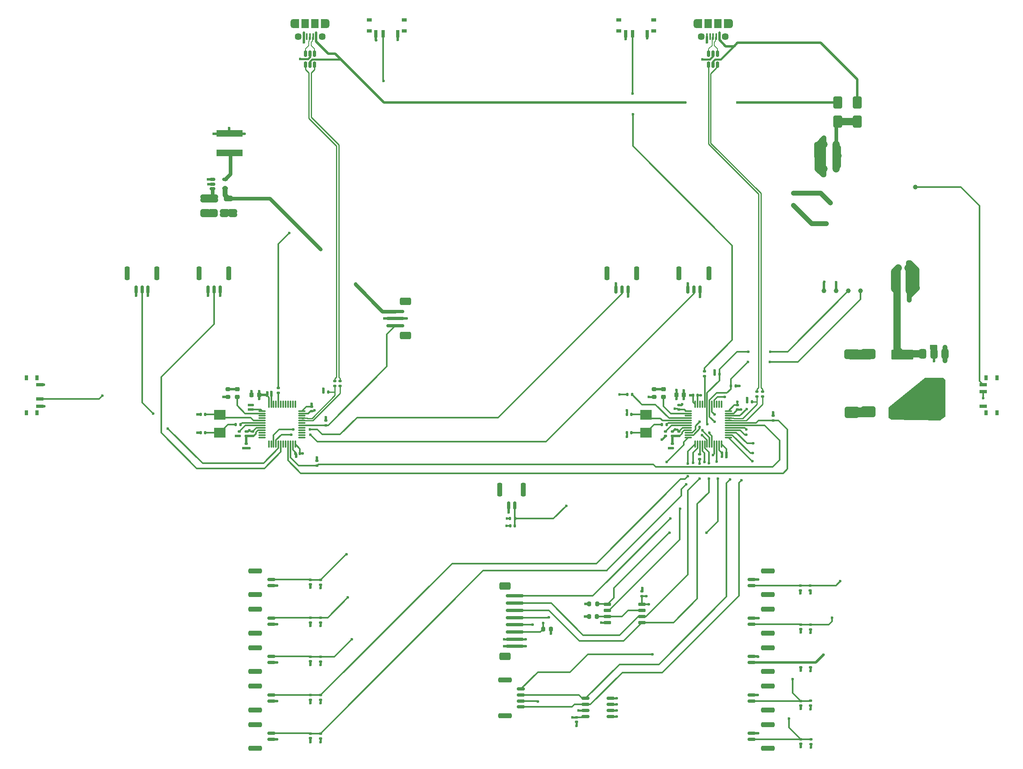
<source format=gtl>
%TF.GenerationSoftware,KiCad,Pcbnew,8.0.3*%
%TF.CreationDate,2024-06-22T00:29:56+02:00*%
%TF.ProjectId,Pilot,50696c6f-742e-46b6-9963-61645f706362,rev?*%
%TF.SameCoordinates,Original*%
%TF.FileFunction,Copper,L1,Top*%
%TF.FilePolarity,Positive*%
%FSLAX46Y46*%
G04 Gerber Fmt 4.6, Leading zero omitted, Abs format (unit mm)*
G04 Created by KiCad (PCBNEW 8.0.3) date 2024-06-22 00:29:56*
%MOMM*%
%LPD*%
G01*
G04 APERTURE LIST*
G04 Aperture macros list*
%AMRoundRect*
0 Rectangle with rounded corners*
0 $1 Rounding radius*
0 $2 $3 $4 $5 $6 $7 $8 $9 X,Y pos of 4 corners*
0 Add a 4 corners polygon primitive as box body*
4,1,4,$2,$3,$4,$5,$6,$7,$8,$9,$2,$3,0*
0 Add four circle primitives for the rounded corners*
1,1,$1+$1,$2,$3*
1,1,$1+$1,$4,$5*
1,1,$1+$1,$6,$7*
1,1,$1+$1,$8,$9*
0 Add four rect primitives between the rounded corners*
20,1,$1+$1,$2,$3,$4,$5,0*
20,1,$1+$1,$4,$5,$6,$7,0*
20,1,$1+$1,$6,$7,$8,$9,0*
20,1,$1+$1,$8,$9,$2,$3,0*%
G04 Aperture macros list end*
%TA.AperFunction,SMDPad,CuDef*%
%ADD10RoundRect,0.140000X0.170000X-0.140000X0.170000X0.140000X-0.170000X0.140000X-0.170000X-0.140000X0*%
%TD*%
%TA.AperFunction,SMDPad,CuDef*%
%ADD11RoundRect,0.250001X2.049999X0.799999X-2.049999X0.799999X-2.049999X-0.799999X2.049999X-0.799999X0*%
%TD*%
%TA.AperFunction,SMDPad,CuDef*%
%ADD12RoundRect,0.150000X-0.700000X0.150000X-0.700000X-0.150000X0.700000X-0.150000X0.700000X0.150000X0*%
%TD*%
%TA.AperFunction,SMDPad,CuDef*%
%ADD13RoundRect,0.250000X-1.150000X0.250000X-1.150000X-0.250000X1.150000X-0.250000X1.150000X0.250000X0*%
%TD*%
%TA.AperFunction,SMDPad,CuDef*%
%ADD14RoundRect,0.140000X-0.170000X0.140000X-0.170000X-0.140000X0.170000X-0.140000X0.170000X0.140000X0*%
%TD*%
%TA.AperFunction,SMDPad,CuDef*%
%ADD15R,1.000000X0.800000*%
%TD*%
%TA.AperFunction,SMDPad,CuDef*%
%ADD16R,0.700000X1.500000*%
%TD*%
%TA.AperFunction,SMDPad,CuDef*%
%ADD17R,2.400000X2.000000*%
%TD*%
%TA.AperFunction,SMDPad,CuDef*%
%ADD18RoundRect,0.140000X-0.140000X-0.170000X0.140000X-0.170000X0.140000X0.170000X-0.140000X0.170000X0*%
%TD*%
%TA.AperFunction,SMDPad,CuDef*%
%ADD19RoundRect,0.135000X-0.185000X0.135000X-0.185000X-0.135000X0.185000X-0.135000X0.185000X0.135000X0*%
%TD*%
%TA.AperFunction,SMDPad,CuDef*%
%ADD20RoundRect,0.200000X-0.200000X-0.275000X0.200000X-0.275000X0.200000X0.275000X-0.200000X0.275000X0*%
%TD*%
%TA.AperFunction,SMDPad,CuDef*%
%ADD21RoundRect,0.225000X0.225000X0.250000X-0.225000X0.250000X-0.225000X-0.250000X0.225000X-0.250000X0*%
%TD*%
%TA.AperFunction,SMDPad,CuDef*%
%ADD22RoundRect,0.140000X0.140000X0.170000X-0.140000X0.170000X-0.140000X-0.170000X0.140000X-0.170000X0*%
%TD*%
%TA.AperFunction,SMDPad,CuDef*%
%ADD23RoundRect,0.175000X1.675000X-0.175000X1.675000X0.175000X-1.675000X0.175000X-1.675000X-0.175000X0*%
%TD*%
%TA.AperFunction,SMDPad,CuDef*%
%ADD24RoundRect,0.250001X0.899999X-0.499999X0.899999X0.499999X-0.899999X0.499999X-0.899999X-0.499999X0*%
%TD*%
%TA.AperFunction,SMDPad,CuDef*%
%ADD25RoundRect,0.155500X-0.397000X0.155500X-0.397000X-0.155500X0.397000X-0.155500X0.397000X0.155500X0*%
%TD*%
%TA.AperFunction,SMDPad,CuDef*%
%ADD26RoundRect,0.150000X0.700000X-0.150000X0.700000X0.150000X-0.700000X0.150000X-0.700000X-0.150000X0*%
%TD*%
%TA.AperFunction,SMDPad,CuDef*%
%ADD27RoundRect,0.250000X1.150000X-0.250000X1.150000X0.250000X-1.150000X0.250000X-1.150000X-0.250000X0*%
%TD*%
%TA.AperFunction,SMDPad,CuDef*%
%ADD28RoundRect,0.147500X0.172500X-0.147500X0.172500X0.147500X-0.172500X0.147500X-0.172500X-0.147500X0*%
%TD*%
%TA.AperFunction,SMDPad,CuDef*%
%ADD29RoundRect,0.250000X0.650000X-1.000000X0.650000X1.000000X-0.650000X1.000000X-0.650000X-1.000000X0*%
%TD*%
%TA.AperFunction,SMDPad,CuDef*%
%ADD30RoundRect,0.150000X-0.650000X-0.150000X0.650000X-0.150000X0.650000X0.150000X-0.650000X0.150000X0*%
%TD*%
%TA.AperFunction,SMDPad,CuDef*%
%ADD31RoundRect,0.135000X0.135000X0.185000X-0.135000X0.185000X-0.135000X-0.185000X0.135000X-0.185000X0*%
%TD*%
%TA.AperFunction,SMDPad,CuDef*%
%ADD32RoundRect,0.135000X0.185000X-0.135000X0.185000X0.135000X-0.185000X0.135000X-0.185000X-0.135000X0*%
%TD*%
%TA.AperFunction,SMDPad,CuDef*%
%ADD33C,1.000000*%
%TD*%
%TA.AperFunction,SMDPad,CuDef*%
%ADD34C,0.700000*%
%TD*%
%TA.AperFunction,SMDPad,CuDef*%
%ADD35C,1.200000*%
%TD*%
%TA.AperFunction,SMDPad,CuDef*%
%ADD36R,0.400000X1.350000*%
%TD*%
%TA.AperFunction,ComponentPad*%
%ADD37O,1.200000X1.900000*%
%TD*%
%TA.AperFunction,SMDPad,CuDef*%
%ADD38R,1.200000X1.900000*%
%TD*%
%TA.AperFunction,ComponentPad*%
%ADD39C,1.450000*%
%TD*%
%TA.AperFunction,SMDPad,CuDef*%
%ADD40R,1.500000X1.900000*%
%TD*%
%TA.AperFunction,SMDPad,CuDef*%
%ADD41R,5.500000X1.430000*%
%TD*%
%TA.AperFunction,SMDPad,CuDef*%
%ADD42RoundRect,0.375000X-0.375000X0.625000X-0.375000X-0.625000X0.375000X-0.625000X0.375000X0.625000X0*%
%TD*%
%TA.AperFunction,SMDPad,CuDef*%
%ADD43RoundRect,0.500000X-1.400000X0.500000X-1.400000X-0.500000X1.400000X-0.500000X1.400000X0.500000X0*%
%TD*%
%TA.AperFunction,SMDPad,CuDef*%
%ADD44RoundRect,0.135000X-0.135000X-0.185000X0.135000X-0.185000X0.135000X0.185000X-0.135000X0.185000X0*%
%TD*%
%TA.AperFunction,SMDPad,CuDef*%
%ADD45RoundRect,0.200000X0.200000X0.275000X-0.200000X0.275000X-0.200000X-0.275000X0.200000X-0.275000X0*%
%TD*%
%TA.AperFunction,SMDPad,CuDef*%
%ADD46RoundRect,0.175000X-1.675000X0.175000X-1.675000X-0.175000X1.675000X-0.175000X1.675000X0.175000X0*%
%TD*%
%TA.AperFunction,SMDPad,CuDef*%
%ADD47RoundRect,0.250001X-0.899999X0.499999X-0.899999X-0.499999X0.899999X-0.499999X0.899999X0.499999X0*%
%TD*%
%TA.AperFunction,SMDPad,CuDef*%
%ADD48RoundRect,0.150000X-0.150000X-0.700000X0.150000X-0.700000X0.150000X0.700000X-0.150000X0.700000X0*%
%TD*%
%TA.AperFunction,SMDPad,CuDef*%
%ADD49RoundRect,0.250000X-0.250000X-1.150000X0.250000X-1.150000X0.250000X1.150000X-0.250000X1.150000X0*%
%TD*%
%TA.AperFunction,SMDPad,CuDef*%
%ADD50RoundRect,0.150000X-0.150000X0.512500X-0.150000X-0.512500X0.150000X-0.512500X0.150000X0.512500X0*%
%TD*%
%TA.AperFunction,SMDPad,CuDef*%
%ADD51RoundRect,0.250000X-0.650000X0.325000X-0.650000X-0.325000X0.650000X-0.325000X0.650000X0.325000X0*%
%TD*%
%TA.AperFunction,SMDPad,CuDef*%
%ADD52RoundRect,0.075000X-0.662500X-0.075000X0.662500X-0.075000X0.662500X0.075000X-0.662500X0.075000X0*%
%TD*%
%TA.AperFunction,SMDPad,CuDef*%
%ADD53RoundRect,0.075000X-0.075000X-0.662500X0.075000X-0.662500X0.075000X0.662500X-0.075000X0.662500X0*%
%TD*%
%TA.AperFunction,SMDPad,CuDef*%
%ADD54R,0.800000X1.000000*%
%TD*%
%TA.AperFunction,SMDPad,CuDef*%
%ADD55R,1.500000X0.700000*%
%TD*%
%TA.AperFunction,SMDPad,CuDef*%
%ADD56RoundRect,0.200000X-0.275000X0.200000X-0.275000X-0.200000X0.275000X-0.200000X0.275000X0.200000X0*%
%TD*%
%TA.AperFunction,SMDPad,CuDef*%
%ADD57RoundRect,0.218750X-0.256250X0.218750X-0.256250X-0.218750X0.256250X-0.218750X0.256250X0.218750X0*%
%TD*%
%TA.AperFunction,SMDPad,CuDef*%
%ADD58RoundRect,0.150000X0.675000X0.150000X-0.675000X0.150000X-0.675000X-0.150000X0.675000X-0.150000X0*%
%TD*%
%TA.AperFunction,ViaPad*%
%ADD59C,0.600000*%
%TD*%
%TA.AperFunction,Conductor*%
%ADD60C,0.300000*%
%TD*%
%TA.AperFunction,Conductor*%
%ADD61C,0.500000*%
%TD*%
%TA.AperFunction,Conductor*%
%ADD62C,1.000000*%
%TD*%
%TA.AperFunction,Conductor*%
%ADD63C,0.400000*%
%TD*%
%TA.AperFunction,Conductor*%
%ADD64C,1.500000*%
%TD*%
%TA.AperFunction,Conductor*%
%ADD65C,0.750000*%
%TD*%
%TA.AperFunction,Conductor*%
%ADD66C,0.200000*%
%TD*%
%TA.AperFunction,Conductor*%
%ADD67C,0.261112*%
%TD*%
%TA.AperFunction,Conductor*%
%ADD68C,0.329438*%
%TD*%
G04 APERTURE END LIST*
D10*
%TO.P,C26,1*%
%TO.N,+3.3V*%
X48000000Y-81980000D03*
%TO.P,C26,2*%
%TO.N,GND*%
X48000000Y-81020000D03*
%TD*%
D11*
%TO.P,C34,1*%
%TO.N,Net-(U7-Vout+)*%
X183400000Y-70500000D03*
%TO.P,C34,2*%
%TO.N,GND*%
X174600000Y-70500000D03*
%TD*%
D12*
%TO.P,J10,1,Pin_1*%
%TO.N,+3.3V*%
X152050000Y-125375000D03*
%TO.P,J10,2,Pin_2*%
%TO.N,LEFT_BUTTON*%
X152050000Y-126625000D03*
D13*
%TO.P,J10,MP*%
%TO.N,N/C*%
X155400000Y-123525000D03*
X155400000Y-128475000D03*
%TD*%
D14*
%TO.P,C24,1*%
%TO.N,Net-(U5-NRST)*%
X45300000Y-86520000D03*
%TO.P,C24,2*%
%TO.N,GND*%
X45300000Y-87480000D03*
%TD*%
D15*
%TO.P,SW3,*%
%TO.N,*%
X79650000Y-3080000D03*
X79650000Y-870000D03*
X72350000Y-3080000D03*
X72350000Y-870000D03*
D16*
%TO.P,SW3,1,A*%
%TO.N,+3.3V*%
X78250000Y-3730000D03*
%TO.P,SW3,2,B*%
%TO.N,Net-(SW3-B)*%
X75250000Y-3730000D03*
%TO.P,SW3,3,C*%
%TO.N,GND*%
X73750000Y-3730000D03*
%TD*%
D11*
%TO.P,C35,1*%
%TO.N,+3.3V*%
X183400000Y-82500000D03*
%TO.P,C35,2*%
%TO.N,GND*%
X174600000Y-82500000D03*
%TD*%
D10*
%TO.P,C13,1*%
%TO.N,+3.3V*%
X60100000Y-134380000D03*
%TO.P,C13,2*%
%TO.N,PAGE_UP_BUTTON*%
X60100000Y-133420000D03*
%TD*%
D17*
%TO.P,Y2,1,1*%
%TO.N,Net-(C33-Pad2)*%
X41200000Y-86750000D03*
%TO.P,Y2,2,2*%
%TO.N,HSE_IN_2*%
X41200000Y-83050000D03*
%TD*%
D10*
%TO.P,C18,1*%
%TO.N,+3.3V*%
X162300000Y-143580000D03*
%TO.P,C18,2*%
%TO.N,RIGHT_BUTTON*%
X162300000Y-142620000D03*
%TD*%
D14*
%TO.P,C28,1*%
%TO.N,+3.3V*%
X60300000Y-81320000D03*
%TO.P,C28,2*%
%TO.N,GND*%
X60300000Y-82280000D03*
%TD*%
D18*
%TO.P,C9,1*%
%TO.N,GND*%
X126038000Y-83000000D03*
%TO.P,C9,2*%
%TO.N,HSE_IN_1*%
X126998000Y-83000000D03*
%TD*%
D19*
%TO.P,R29,1*%
%TO.N,USB2+*%
X65200000Y-75990000D03*
%TO.P,R29,2*%
%TO.N,Net-(U5-PA12)*%
X65200000Y-77010000D03*
%TD*%
D20*
%TO.P,R24,1*%
%TO.N,+3.3V*%
X118175000Y-122400000D03*
%TO.P,R24,2*%
%TO.N,FLASH_CS*%
X119825000Y-122400000D03*
%TD*%
D21*
%TO.P,C2,1*%
%TO.N,+3.3V*%
X137875000Y-78900000D03*
%TO.P,C2,2*%
%TO.N,GND*%
X136325000Y-78900000D03*
%TD*%
D10*
%TO.P,C23,1*%
%TO.N,GND*%
X115500000Y-146960000D03*
%TO.P,C23,2*%
%TO.N,+3.3V*%
X115500000Y-146000000D03*
%TD*%
D17*
%TO.P,Y1,1,1*%
%TO.N,Net-(C10-Pad2)*%
X130038000Y-86750000D03*
%TO.P,Y1,2,2*%
%TO.N,HSE_IN_1*%
X130038000Y-83050000D03*
%TD*%
D18*
%TO.P,C6,1*%
%TO.N,+3.3V*%
X139837000Y-79000000D03*
%TO.P,C6,2*%
%TO.N,GND*%
X140797000Y-79000000D03*
%TD*%
D10*
%TO.P,C21,1*%
%TO.N,+3.3V*%
X162300000Y-135600000D03*
%TO.P,C21,2*%
%TO.N,OK_BUTTON*%
X162300000Y-134640000D03*
%TD*%
D22*
%TO.P,C4,1*%
%TO.N,+3.3V*%
X146780000Y-91000000D03*
%TO.P,C4,2*%
%TO.N,GND*%
X145820000Y-91000000D03*
%TD*%
D23*
%TO.P,J13,1,Pin_1*%
%TO.N,+3.3V*%
X102700000Y-131250000D03*
%TO.P,J13,2,Pin_2*%
%TO.N,GND*%
X102700000Y-129750000D03*
%TO.P,J13,3,Pin_3*%
%TO.N,LCD_CS*%
X102700000Y-128250000D03*
%TO.P,J13,4,Pin_4*%
%TO.N,LCD_RESET*%
X102700000Y-126750000D03*
%TO.P,J13,5,Pin_5*%
%TO.N,LCD_DC*%
X102700000Y-125250000D03*
%TO.P,J13,6,Pin_6*%
%TO.N,SPI1_MOSI*%
X102700000Y-123750000D03*
%TO.P,J13,7,Pin_7*%
%TO.N,SPI1_SCK*%
X102700000Y-122250000D03*
%TO.P,J13,8,Pin_8*%
%TO.N,LCD_LED*%
X102700000Y-120750000D03*
D24*
%TO.P,J13,MP*%
%TO.N,N/C*%
X100600000Y-133300000D03*
X100600000Y-118700000D03*
%TD*%
D19*
%TO.P,R18,1*%
%TO.N,RIGHT_BUTTON*%
X164300000Y-142590000D03*
%TO.P,R18,2*%
%TO.N,GND*%
X164300000Y-143610000D03*
%TD*%
D25*
%TO.P,U9,1,CE*%
%TO.N,+3.3V*%
X39700000Y-34050000D03*
%TO.P,U9,2,GND*%
%TO.N,GND*%
X39700000Y-35000000D03*
%TO.P,U9,3,VBAT*%
%TO.N,+3.3V*%
X39700000Y-35950000D03*
%TO.P,U9,4,VOUT*%
%TO.N,+5V*%
X42300000Y-35900000D03*
%TO.P,U9,5,LX*%
%TO.N,Net-(U9-LX)*%
X42300000Y-34050000D03*
%TD*%
D26*
%TO.P,J6,1,Pin_1*%
%TO.N,+3.3V*%
X51950000Y-150625000D03*
%TO.P,J6,2,Pin_2*%
%TO.N,BACK_BUTTON*%
X51950000Y-149375000D03*
D27*
%TO.P,J6,MP*%
%TO.N,N/C*%
X48600000Y-152475000D03*
X48600000Y-147525000D03*
%TD*%
D28*
%TO.P,L1,1*%
%TO.N,+3.3V*%
X135548000Y-89985000D03*
%TO.P,L1,2*%
%TO.N,3.3VA_1*%
X135548000Y-89015000D03*
%TD*%
D29*
%TO.P,D4,1,K*%
%TO.N,Net-(D3-K)*%
X170000000Y-22000000D03*
%TO.P,D4,2,A*%
%TO.N,USB2_5V*%
X170000000Y-18000000D03*
%TD*%
D30*
%TO.P,U2,1,~{CS}*%
%TO.N,FLASH_CS*%
X122000000Y-122460000D03*
%TO.P,U2,2,DO(IO1)*%
%TO.N,SPI1_MISO*%
X122000000Y-123730000D03*
%TO.P,U2,3,~{WP}*%
%TO.N,Net-(U2-~{HOLD})*%
X122000000Y-125000000D03*
%TO.P,U2,4,GND*%
%TO.N,GND*%
X122000000Y-126270000D03*
%TO.P,U2,5,DI(IO0)*%
%TO.N,SPI1_MOSI*%
X129200000Y-126270000D03*
%TO.P,U2,6,SCK*%
%TO.N,SPI1_SCK*%
X129200000Y-125000000D03*
%TO.P,U2,7,~{HOLD}*%
%TO.N,Net-(U2-~{HOLD})*%
X129200000Y-123730000D03*
%TO.P,U2,8,VCC*%
%TO.N,+3.3V*%
X129200000Y-122460000D03*
%TD*%
D31*
%TO.P,R11,1*%
%TO.N,ON_BUTTON*%
X102710000Y-104675000D03*
%TO.P,R11,2*%
%TO.N,GND*%
X101690000Y-104675000D03*
%TD*%
D32*
%TO.P,R26,1*%
%TO.N,USART1_RX1*%
X156500000Y-84210000D03*
%TO.P,R26,2*%
%TO.N,+3.3V*%
X156500000Y-83190000D03*
%TD*%
%TO.P,R4,1*%
%TO.N,USART1_TX1*%
X61400000Y-93610000D03*
%TO.P,R4,2*%
%TO.N,+3.3V*%
X61400000Y-92590000D03*
%TD*%
D33*
%TO.P,U7,1,BAT+*%
%TO.N,BAT+*%
X160760000Y-36920000D03*
%TO.P,U7,2,BAT-*%
%TO.N,BAT-*%
X160760000Y-39460000D03*
D34*
%TO.P,U7,3,Vout-*%
%TO.N,GND*%
X184620000Y-52477000D03*
D33*
X184890000Y-57240000D03*
D35*
X185370000Y-54890000D03*
%TO.P,U7,4,Vout+*%
%TO.N,Net-(U7-Vout+)*%
X181870000Y-54890000D03*
D33*
X182350000Y-57240000D03*
D34*
X182620000Y-52500000D03*
D33*
%TO.P,U7,5,SCL*%
%TO.N,BATTERY_SCL*%
X174730000Y-57240000D03*
%TO.P,U7,6,SDA*%
%TO.N,BATTERY_SDA*%
X172190000Y-57240000D03*
%TO.P,U7,7,VCC*%
%TO.N,+3.3V*%
X169650000Y-57240000D03*
%TO.P,U7,8,GND*%
%TO.N,GND*%
X167110000Y-57240000D03*
%TO.P,U7,9,Vin+*%
%TO.N,Net-(D3-K)*%
X169650000Y-26760000D03*
X169650000Y-31840000D03*
D35*
X170257000Y-29109000D03*
%TO.P,U7,10,Vin-*%
%TO.N,GND*%
X166757000Y-29109000D03*
D33*
X167110000Y-26760000D03*
X167110000Y-31840000D03*
%TO.P,U7,11,ENB*%
%TO.N,Net-(SW4-C)*%
X186160000Y-35650000D03*
%TD*%
D26*
%TO.P,J4,1,Pin_1*%
%TO.N,+3.3V*%
X51950000Y-134625000D03*
%TO.P,J4,2,Pin_2*%
%TO.N,PAGE_UP_BUTTON*%
X51950000Y-133375000D03*
D27*
%TO.P,J4,MP*%
%TO.N,N/C*%
X48600000Y-136475000D03*
X48600000Y-131525000D03*
%TD*%
D36*
%TO.P,J20,1,VBUS*%
%TO.N,USB2_5V*%
X61300000Y-4262500D03*
%TO.P,J20,2,D-*%
%TO.N,USB2_CONN-*%
X60650000Y-4262500D03*
%TO.P,J20,3,D+*%
%TO.N,USB2_CONN+*%
X60000000Y-4262500D03*
%TO.P,J20,4,ID*%
%TO.N,unconnected-(J20-ID-Pad4)*%
X59350000Y-4262500D03*
%TO.P,J20,5,GND*%
%TO.N,GND*%
X58700000Y-4262500D03*
D37*
%TO.P,J20,6,Shield*%
%TO.N,unconnected-(J20-Shield-Pad6)_2*%
X63500000Y-1562500D03*
D38*
%TO.N,unconnected-(J20-Shield-Pad6)_4*%
X62900000Y-1562500D03*
D39*
%TO.N,unconnected-(J20-Shield-Pad6)_0*%
X62500000Y-4262500D03*
D40*
%TO.N,unconnected-(J20-Shield-Pad6)_6*%
X61000000Y-1562500D03*
%TO.N,unconnected-(J20-Shield-Pad6)*%
X59000000Y-1562500D03*
D39*
%TO.N,unconnected-(J20-Shield-Pad6)_5*%
X57500000Y-4262500D03*
D38*
%TO.N,unconnected-(J20-Shield-Pad6)_3*%
X57100000Y-1562500D03*
D37*
%TO.N,unconnected-(J20-Shield-Pad6)_1*%
X56500000Y-1562500D03*
%TD*%
D41*
%TO.P,L3,1*%
%TO.N,Net-(U9-LX)*%
X43200000Y-28520000D03*
%TO.P,L3,2*%
%TO.N,+3.3V*%
X43200000Y-24480000D03*
%TD*%
D42*
%TO.P,U8,1,GND*%
%TO.N,GND*%
X192300000Y-70350000D03*
%TO.P,U8,2,VO*%
%TO.N,+3.3V*%
X190000000Y-70350000D03*
D43*
X190000000Y-76650000D03*
D42*
%TO.P,U8,3,VI*%
%TO.N,Net-(U7-Vout+)*%
X187700000Y-70350000D03*
%TD*%
D19*
%TO.P,R13,1*%
%TO.N,PAGE_UP_BUTTON*%
X62200000Y-133390000D03*
%TO.P,R13,2*%
%TO.N,GND*%
X62200000Y-134410000D03*
%TD*%
D44*
%TO.P,R30,1*%
%TO.N,+3.3V*%
X62790000Y-78300000D03*
%TO.P,R30,2*%
%TO.N,Net-(U5-PA12)*%
X63810000Y-78300000D03*
%TD*%
D19*
%TO.P,R6,1*%
%TO.N,USB1+*%
X153100000Y-78190000D03*
%TO.P,R6,2*%
%TO.N,Net-(U1-PA12)*%
X153100000Y-79210000D03*
%TD*%
D45*
%TO.P,R23,1*%
%TO.N,+3.3V*%
X110225000Y-127700000D03*
%TO.P,R23,2*%
%TO.N,LCD_CS*%
X108575000Y-127700000D03*
%TD*%
D46*
%TO.P,J15,1,Pin_1*%
%TO.N,+5V*%
X77800000Y-61500000D03*
%TO.P,J15,2,Pin_2*%
%TO.N,GND*%
X77800000Y-63000000D03*
%TO.P,J15,3,Pin_3*%
%TO.N,CRSF*%
X77800000Y-64500000D03*
D47*
%TO.P,J15,MP*%
%TO.N,N/C*%
X79900000Y-59450000D03*
X79900000Y-66550000D03*
%TD*%
D48*
%TO.P,J19,1,Pin_1*%
%TO.N,GND*%
X123750000Y-56950000D03*
%TO.P,J19,2,Pin_2*%
%TO.N,RIGHT_GIMBAL_V*%
X125000000Y-56950000D03*
%TO.P,J19,3,Pin_3*%
%TO.N,+3.3V*%
X126250000Y-56950000D03*
D49*
%TO.P,J19,MP*%
%TO.N,N/C*%
X121900000Y-53600000D03*
X128100000Y-53600000D03*
%TD*%
D48*
%TO.P,J18,1,Pin_1*%
%TO.N,GND*%
X138750000Y-56950000D03*
%TO.P,J18,2,Pin_2*%
%TO.N,RIGHT_GIMBAL_H*%
X140000000Y-56950000D03*
%TO.P,J18,3,Pin_3*%
%TO.N,+3.3V*%
X141250000Y-56950000D03*
D49*
%TO.P,J18,MP*%
%TO.N,N/C*%
X136900000Y-53600000D03*
X143100000Y-53600000D03*
%TD*%
D45*
%TO.P,R25,1*%
%TO.N,Net-(U2-~{HOLD})*%
X119805000Y-125015000D03*
%TO.P,R25,2*%
%TO.N,+3.3V*%
X118155000Y-125015000D03*
%TD*%
D36*
%TO.P,J14,1,VBUS*%
%TO.N,USB1_5V*%
X145300000Y-4262500D03*
%TO.P,J14,2,D-*%
%TO.N,USB1_CONN-*%
X144650000Y-4262500D03*
%TO.P,J14,3,D+*%
%TO.N,USB1_CONN+*%
X144000000Y-4262500D03*
%TO.P,J14,4,ID*%
%TO.N,unconnected-(J14-ID-Pad4)*%
X143350000Y-4262500D03*
%TO.P,J14,5,GND*%
%TO.N,GND*%
X142700000Y-4262500D03*
D37*
%TO.P,J14,6,Shield*%
%TO.N,unconnected-(J14-Shield-Pad6)_5*%
X147500000Y-1562500D03*
D38*
%TO.N,unconnected-(J14-Shield-Pad6)_3*%
X146900000Y-1562500D03*
D39*
%TO.N,unconnected-(J14-Shield-Pad6)*%
X146500000Y-4262500D03*
D40*
%TO.N,unconnected-(J14-Shield-Pad6)_6*%
X145000000Y-1562500D03*
%TO.N,unconnected-(J14-Shield-Pad6)_4*%
X143000000Y-1562500D03*
D39*
%TO.N,unconnected-(J14-Shield-Pad6)_2*%
X141500000Y-4262500D03*
D38*
%TO.N,unconnected-(J14-Shield-Pad6)_0*%
X141100000Y-1562500D03*
D37*
%TO.N,unconnected-(J14-Shield-Pad6)_1*%
X140500000Y-1562500D03*
%TD*%
D19*
%TO.P,R8,1*%
%TO.N,Net-(SW1-B)*%
X142200000Y-74000000D03*
%TO.P,R8,2*%
%TO.N,BOOT0_1*%
X142200000Y-75020000D03*
%TD*%
%TO.P,R31,1*%
%TO.N,Net-(SW3-B)*%
X53425000Y-77450000D03*
%TO.P,R31,2*%
%TO.N,BOOT0_2*%
X53425000Y-78470000D03*
%TD*%
D50*
%TO.P,U6,1,I/O1*%
%TO.N,USB2_CONN-*%
X60950000Y-7862500D03*
%TO.P,U6,2,GND*%
%TO.N,GND*%
X60000000Y-7862500D03*
%TO.P,U6,3,I/O2*%
%TO.N,USB2_CONN+*%
X59050000Y-7862500D03*
%TO.P,U6,4,I/O2*%
%TO.N,USB2+*%
X59050000Y-10137500D03*
%TO.P,U6,5,VBUS*%
%TO.N,USB2_5V*%
X60000000Y-10137500D03*
%TO.P,U6,6,I/O1*%
%TO.N,USB2-*%
X60950000Y-10137500D03*
%TD*%
D51*
%TO.P,C37,1*%
%TO.N,+3.3V*%
X39000000Y-38025000D03*
%TO.P,C37,2*%
%TO.N,GND*%
X39000000Y-40975000D03*
%TD*%
D18*
%TO.P,C32,1*%
%TO.N,GND*%
X37200000Y-83000000D03*
%TO.P,C32,2*%
%TO.N,HSE_IN_2*%
X38160000Y-83000000D03*
%TD*%
D10*
%TO.P,C12,1*%
%TO.N,+3.3V*%
X60100000Y-118380000D03*
%TO.P,C12,2*%
%TO.N,MENU_BUTTON*%
X60100000Y-117420000D03*
%TD*%
D44*
%TO.P,R2,1*%
%TO.N,+3.3V*%
X144290000Y-74600000D03*
%TO.P,R2,2*%
%TO.N,BATTERY_SDA*%
X145310000Y-74600000D03*
%TD*%
D29*
%TO.P,D3,1,K*%
%TO.N,Net-(D3-K)*%
X174000000Y-22000000D03*
%TO.P,D3,2,A*%
%TO.N,USB1_5V*%
X174000000Y-18000000D03*
%TD*%
D19*
%TO.P,R20,1*%
%TO.N,DOWN_BUTTON*%
X164400000Y-150590000D03*
%TO.P,R20,2*%
%TO.N,GND*%
X164400000Y-151610000D03*
%TD*%
D51*
%TO.P,C36,1*%
%TO.N,+5V*%
X43000000Y-38025000D03*
%TO.P,C36,2*%
%TO.N,GND*%
X43000000Y-40975000D03*
%TD*%
D32*
%TO.P,R27,1*%
%TO.N,CRSF*%
X63300000Y-85210000D03*
%TO.P,R27,2*%
%TO.N,+3.3V*%
X63300000Y-84190000D03*
%TD*%
D22*
%TO.P,C27,1*%
%TO.N,+3.3V*%
X57880000Y-91100000D03*
%TO.P,C27,2*%
%TO.N,GND*%
X56920000Y-91100000D03*
%TD*%
D52*
%TO.P,U1,1,VBAT*%
%TO.N,+3.3V*%
X138837500Y-82250000D03*
%TO.P,U1,2,PC13*%
%TO.N,LED_1*%
X138837500Y-82750000D03*
%TO.P,U1,3,PC14*%
%TO.N,unconnected-(U1-PC14-Pad3)*%
X138837500Y-83250000D03*
%TO.P,U1,4,PC15*%
%TO.N,LCD_SWITCH*%
X138837500Y-83750000D03*
%TO.P,U1,5,PD0*%
%TO.N,HSE_IN_1*%
X138837500Y-84250000D03*
%TO.P,U1,6,PD1*%
%TO.N,HSE_OUT_1*%
X138837500Y-84750000D03*
%TO.P,U1,7,NRST*%
%TO.N,Net-(U1-NRST)*%
X138837500Y-85250000D03*
%TO.P,U1,8,VSSA*%
%TO.N,GND*%
X138837500Y-85750000D03*
%TO.P,U1,9,VDDA*%
%TO.N,3.3VA_1*%
X138837500Y-86250000D03*
%TO.P,U1,10,PA0*%
%TO.N,MENU_BUTTON*%
X138837500Y-86750000D03*
%TO.P,U1,11,PA1*%
%TO.N,HOME_BUTTON*%
X138837500Y-87250000D03*
%TO.P,U1,12,PA2*%
%TO.N,PAGE_UP_BUTTON*%
X138837500Y-87750000D03*
D53*
%TO.P,U1,13,PA3*%
%TO.N,PAGE_DOWN_BUTTON*%
X140250000Y-89162500D03*
%TO.P,U1,14,PA4*%
%TO.N,BACK_BUTTON*%
X140750000Y-89162500D03*
%TO.P,U1,15,PA5*%
%TO.N,Net-(U1-PA5)*%
X141250000Y-89162500D03*
%TO.P,U1,16,PA6*%
%TO.N,SPI1_MISO*%
X141750000Y-89162500D03*
%TO.P,U1,17,PA7*%
%TO.N,SPI1_MOSI*%
X142250000Y-89162500D03*
%TO.P,U1,18,PB0*%
%TO.N,LCD_CS*%
X142750000Y-89162500D03*
%TO.P,U1,19,PB1*%
%TO.N,LCD_RESET*%
X143250000Y-89162500D03*
%TO.P,U1,20,PB2*%
%TO.N,LCD_DC*%
X143750000Y-89162500D03*
%TO.P,U1,21,PB10*%
%TO.N,LCD_LED*%
X144250000Y-89162500D03*
%TO.P,U1,22,PB11*%
%TO.N,FLASH_CS*%
X144750000Y-89162500D03*
%TO.P,U1,23,VSS*%
%TO.N,GND*%
X145250000Y-89162500D03*
%TO.P,U1,24,VDD*%
%TO.N,+3.3V*%
X145750000Y-89162500D03*
D52*
%TO.P,U1,25,PB12*%
%TO.N,DOWN_BUTTON*%
X147162500Y-87750000D03*
%TO.P,U1,26,PB13*%
%TO.N,RIGHT_BUTTON*%
X147162500Y-87250000D03*
%TO.P,U1,27,PB14*%
%TO.N,OK_BUTTON*%
X147162500Y-86750000D03*
%TO.P,U1,28,PB15*%
%TO.N,LEFT_BUTTON*%
X147162500Y-86250000D03*
%TO.P,U1,29,PA8*%
%TO.N,UP_BUTTON*%
X147162500Y-85750000D03*
%TO.P,U1,30,PA9*%
%TO.N,USART1_TX1*%
X147162500Y-85250000D03*
%TO.P,U1,31,PA10*%
%TO.N,USART1_RX1*%
X147162500Y-84750000D03*
%TO.P,U1,32,PA11*%
%TO.N,Net-(U1-PA11)*%
X147162500Y-84250000D03*
%TO.P,U1,33,PA12*%
%TO.N,Net-(U1-PA12)*%
X147162500Y-83750000D03*
%TO.P,U1,34,PA13*%
%TO.N,ON_BUTTON*%
X147162500Y-83250000D03*
%TO.P,U1,35,VSS*%
%TO.N,GND*%
X147162500Y-82750000D03*
%TO.P,U1,36,VDD*%
%TO.N,+3.3V*%
X147162500Y-82250000D03*
D53*
%TO.P,U1,37,PA14*%
%TO.N,unconnected-(U1-PA14-Pad37)*%
X145750000Y-80837500D03*
%TO.P,U1,38,PA15*%
%TO.N,unconnected-(U1-PA15-Pad38)*%
X145250000Y-80837500D03*
%TO.P,U1,39,PB3*%
%TO.N,unconnected-(U1-PB3-Pad39)*%
X144750000Y-80837500D03*
%TO.P,U1,40,PB4*%
%TO.N,TOUCHSCREEN_INT*%
X144250000Y-80837500D03*
%TO.P,U1,41,PB5*%
%TO.N,TOUCHSCREEN_RESET*%
X143750000Y-80837500D03*
%TO.P,U1,42,PB6*%
%TO.N,BATTERY_SCL*%
X143250000Y-80837500D03*
%TO.P,U1,43,PB7*%
%TO.N,BATTERY_SDA*%
X142750000Y-80837500D03*
%TO.P,U1,44,BOOT0*%
%TO.N,BOOT0_1*%
X142250000Y-80837500D03*
%TO.P,U1,45,PB8*%
%TO.N,unconnected-(U1-PB8-Pad45)*%
X141750000Y-80837500D03*
%TO.P,U1,46,PB9*%
%TO.N,unconnected-(U1-PB9-Pad46)*%
X141250000Y-80837500D03*
%TO.P,U1,47,VSS*%
%TO.N,GND*%
X140750000Y-80837500D03*
%TO.P,U1,48,VDD*%
%TO.N,+3.3V*%
X140250000Y-80837500D03*
%TD*%
D48*
%TO.P,J17,1,Pin_1*%
%TO.N,GND*%
X23750000Y-56950000D03*
%TO.P,J17,2,Pin_2*%
%TO.N,LEFT_GIMBAL_V*%
X25000000Y-56950000D03*
%TO.P,J17,3,Pin_3*%
%TO.N,+3.3V*%
X26250000Y-56950000D03*
D49*
%TO.P,J17,MP*%
%TO.N,N/C*%
X21900000Y-53600000D03*
X28100000Y-53600000D03*
%TD*%
D31*
%TO.P,R1,1*%
%TO.N,+3.3V*%
X148710000Y-77000000D03*
%TO.P,R1,2*%
%TO.N,BATTERY_SCL*%
X147690000Y-77000000D03*
%TD*%
D54*
%TO.P,SW2,*%
%TO.N,*%
X3080000Y-75350000D03*
X870000Y-75350000D03*
X3080000Y-82650000D03*
X870000Y-82650000D03*
D55*
%TO.P,SW2,1,A*%
%TO.N,+3.3V*%
X3730000Y-76750000D03*
%TO.P,SW2,2,B*%
%TO.N,Net-(SW2-B)*%
X3730000Y-79750000D03*
%TO.P,SW2,3,C*%
%TO.N,GND*%
X3730000Y-81250000D03*
%TD*%
D15*
%TO.P,SW1,*%
%TO.N,*%
X131650000Y-3080000D03*
X131650000Y-870000D03*
X124350000Y-3080000D03*
X124350000Y-870000D03*
D16*
%TO.P,SW1,1,A*%
%TO.N,+3.3V*%
X130250000Y-3730000D03*
%TO.P,SW1,2,B*%
%TO.N,Net-(SW1-B)*%
X127250000Y-3730000D03*
%TO.P,SW1,3,C*%
%TO.N,GND*%
X125750000Y-3730000D03*
%TD*%
D14*
%TO.P,C5,1*%
%TO.N,+3.3V*%
X149100000Y-81020000D03*
%TO.P,C5,2*%
%TO.N,GND*%
X149100000Y-81980000D03*
%TD*%
D56*
%TO.P,R33,1*%
%TO.N,Net-(D2-K)*%
X42900000Y-77675000D03*
%TO.P,R33,2*%
%TO.N,GND*%
X42900000Y-79325000D03*
%TD*%
D26*
%TO.P,J1,1,Pin_1*%
%TO.N,BATTERY_SCL*%
X103950000Y-143875000D03*
%TO.P,J1,2,Pin_2*%
%TO.N,TOUCHSCREEN_RESET*%
X103950000Y-142625000D03*
%TO.P,J1,3,Pin_3*%
%TO.N,BATTERY_SDA*%
X103950000Y-141375000D03*
%TO.P,J1,4,Pin_4*%
%TO.N,TOUCHSCREEN_INT*%
X103950000Y-140125000D03*
D27*
%TO.P,J1,MP*%
%TO.N,N/C*%
X100600000Y-145725000D03*
X100600000Y-138275000D03*
%TD*%
D12*
%TO.P,J8,1,Pin_1*%
%TO.N,+3.3V*%
X152050000Y-117375000D03*
%TO.P,J8,2,Pin_2*%
%TO.N,UP_BUTTON*%
X152050000Y-118625000D03*
D13*
%TO.P,J8,MP*%
%TO.N,N/C*%
X155400000Y-115525000D03*
X155400000Y-120475000D03*
%TD*%
D48*
%TO.P,J16,1,Pin_1*%
%TO.N,GND*%
X38750000Y-56950000D03*
%TO.P,J16,2,Pin_2*%
%TO.N,LEFT_GIMBAL_H*%
X40000000Y-56950000D03*
%TO.P,J16,3,Pin_3*%
%TO.N,+3.3V*%
X41250000Y-56950000D03*
D49*
%TO.P,J16,MP*%
%TO.N,N/C*%
X36900000Y-53600000D03*
X43100000Y-53600000D03*
%TD*%
D26*
%TO.P,J3,1,Pin_1*%
%TO.N,+3.3V*%
X51950000Y-118625000D03*
%TO.P,J3,2,Pin_2*%
%TO.N,MENU_BUTTON*%
X51950000Y-117375000D03*
D27*
%TO.P,J3,MP*%
%TO.N,N/C*%
X48600000Y-120475000D03*
X48600000Y-115525000D03*
%TD*%
D50*
%TO.P,U4,1,I/O1*%
%TO.N,USB1_CONN-*%
X144950000Y-7862500D03*
%TO.P,U4,2,GND*%
%TO.N,GND*%
X144000000Y-7862500D03*
%TO.P,U4,3,I/O2*%
%TO.N,USB1_CONN+*%
X143050000Y-7862500D03*
%TO.P,U4,4,I/O2*%
%TO.N,USB1+*%
X143050000Y-10137500D03*
%TO.P,U4,5,VBUS*%
%TO.N,USB1_5V*%
X144000000Y-10137500D03*
%TO.P,U4,6,I/O1*%
%TO.N,USB1-*%
X144950000Y-10137500D03*
%TD*%
D19*
%TO.P,R28,1*%
%TO.N,USB2-*%
X66300000Y-75990000D03*
%TO.P,R28,2*%
%TO.N,Net-(U5-PA11)*%
X66300000Y-77010000D03*
%TD*%
D52*
%TO.P,U5,1,VBAT*%
%TO.N,+3.3V*%
X50000000Y-82250000D03*
%TO.P,U5,2,PC13*%
%TO.N,LED_2*%
X50000000Y-82750000D03*
%TO.P,U5,3,PC14*%
%TO.N,unconnected-(U5-PC14-Pad3)*%
X50000000Y-83250000D03*
%TO.P,U5,4,PC15*%
%TO.N,unconnected-(U5-PC15-Pad4)*%
X50000000Y-83750000D03*
%TO.P,U5,5,PD0*%
%TO.N,HSE_IN_2*%
X50000000Y-84250000D03*
%TO.P,U5,6,PD1*%
%TO.N,HSE_OUT_2*%
X50000000Y-84750000D03*
%TO.P,U5,7,NRST*%
%TO.N,Net-(U5-NRST)*%
X50000000Y-85250000D03*
%TO.P,U5,8,VSSA*%
%TO.N,GND*%
X50000000Y-85750000D03*
%TO.P,U5,9,VDDA*%
%TO.N,3.3VA_2*%
X50000000Y-86250000D03*
%TO.P,U5,10,PA0*%
%TO.N,unconnected-(U5-PA0-Pad10)*%
X50000000Y-86750000D03*
%TO.P,U5,11,PA1*%
%TO.N,unconnected-(U5-PA1-Pad11)*%
X50000000Y-87250000D03*
%TO.P,U5,12,PA2*%
%TO.N,unconnected-(U5-PA2-Pad12)*%
X50000000Y-87750000D03*
D53*
%TO.P,U5,13,PA3*%
%TO.N,unconnected-(U5-PA3-Pad13)*%
X51412500Y-89162500D03*
%TO.P,U5,14,PA4*%
%TO.N,unconnected-(U5-PA4-Pad14)*%
X51912500Y-89162500D03*
%TO.P,U5,15,PA5*%
%TO.N,RIGHT_GIMBAL_V*%
X52412500Y-89162500D03*
%TO.P,U5,16,PA6*%
%TO.N,RIGHT_GIMBAL_H*%
X52912500Y-89162500D03*
%TO.P,U5,17,PA7*%
%TO.N,LEFT_GIMBAL_V*%
X53412500Y-89162500D03*
%TO.P,U5,18,PB0*%
%TO.N,LEFT_GIMBAL_H*%
X53912500Y-89162500D03*
%TO.P,U5,19,PB1*%
%TO.N,unconnected-(U5-PB1-Pad19)*%
X54412500Y-89162500D03*
%TO.P,U5,20,PB2*%
%TO.N,unconnected-(U5-PB2-Pad20)*%
X54912500Y-89162500D03*
%TO.P,U5,21,PB10*%
%TO.N,USART1_RX1*%
X55412500Y-89162500D03*
%TO.P,U5,22,PB11*%
%TO.N,USART1_TX1*%
X55912500Y-89162500D03*
%TO.P,U5,23,VSS*%
%TO.N,GND*%
X56412500Y-89162500D03*
%TO.P,U5,24,VDD*%
%TO.N,+3.3V*%
X56912500Y-89162500D03*
D52*
%TO.P,U5,25,PB12*%
%TO.N,unconnected-(U5-PB12-Pad25)*%
X58325000Y-87750000D03*
%TO.P,U5,26,PB13*%
%TO.N,unconnected-(U5-PB13-Pad26)*%
X58325000Y-87250000D03*
%TO.P,U5,27,PB14*%
%TO.N,unconnected-(U5-PB14-Pad27)*%
X58325000Y-86750000D03*
%TO.P,U5,28,PB15*%
%TO.N,unconnected-(U5-PB15-Pad28)*%
X58325000Y-86250000D03*
%TO.P,U5,29,PA8*%
%TO.N,unconnected-(U5-PA8-Pad29)*%
X58325000Y-85750000D03*
%TO.P,U5,30,PA9*%
%TO.N,CRSF*%
X58325000Y-85250000D03*
%TO.P,U5,31,PA10*%
%TO.N,unconnected-(U5-PA10-Pad31)*%
X58325000Y-84750000D03*
%TO.P,U5,32,PA11*%
%TO.N,Net-(U5-PA11)*%
X58325000Y-84250000D03*
%TO.P,U5,33,PA12*%
%TO.N,Net-(U5-PA12)*%
X58325000Y-83750000D03*
%TO.P,U5,34,PA13*%
%TO.N,unconnected-(U5-PA13-Pad34)*%
X58325000Y-83250000D03*
%TO.P,U5,35,VSS*%
%TO.N,GND*%
X58325000Y-82750000D03*
%TO.P,U5,36,VDD*%
%TO.N,+3.3V*%
X58325000Y-82250000D03*
D53*
%TO.P,U5,37,PA14*%
%TO.N,unconnected-(U5-PA14-Pad37)*%
X56912500Y-80837500D03*
%TO.P,U5,38,PA15*%
%TO.N,unconnected-(U5-PA15-Pad38)*%
X56412500Y-80837500D03*
%TO.P,U5,39,PB3*%
%TO.N,unconnected-(U5-PB3-Pad39)*%
X55912500Y-80837500D03*
%TO.P,U5,40,PB4*%
%TO.N,unconnected-(U5-PB4-Pad40)*%
X55412500Y-80837500D03*
%TO.P,U5,41,PB5*%
%TO.N,unconnected-(U5-PB5-Pad41)*%
X54912500Y-80837500D03*
%TO.P,U5,42,PB6*%
%TO.N,unconnected-(U5-PB6-Pad42)*%
X54412500Y-80837500D03*
%TO.P,U5,43,PB7*%
%TO.N,unconnected-(U5-PB7-Pad43)*%
X53912500Y-80837500D03*
%TO.P,U5,44,BOOT0*%
%TO.N,BOOT0_2*%
X53412500Y-80837500D03*
%TO.P,U5,45,PB8*%
%TO.N,unconnected-(U5-PB8-Pad45)*%
X52912500Y-80837500D03*
%TO.P,U5,46,PB9*%
%TO.N,unconnected-(U5-PB9-Pad46)*%
X52412500Y-80837500D03*
%TO.P,U5,47,VSS*%
%TO.N,GND*%
X51912500Y-80837500D03*
%TO.P,U5,48,VDD*%
%TO.N,+3.3V*%
X51412500Y-80837500D03*
%TD*%
D48*
%TO.P,J2,1,Pin_1*%
%TO.N,+3.3V*%
X101375000Y-101950000D03*
%TO.P,J2,2,Pin_2*%
%TO.N,ON_BUTTON*%
X102625000Y-101950000D03*
D49*
%TO.P,J2,MP*%
%TO.N,N/C*%
X99525000Y-98600000D03*
X104475000Y-98600000D03*
%TD*%
D57*
%TO.P,D1,1,K*%
%TO.N,Net-(D1-K)*%
X133638000Y-77712500D03*
%TO.P,D1,2,A*%
%TO.N,LED_1*%
X133638000Y-79287500D03*
%TD*%
D56*
%TO.P,R22,1*%
%TO.N,Net-(D1-K)*%
X131738000Y-77675000D03*
%TO.P,R22,2*%
%TO.N,GND*%
X131738000Y-79325000D03*
%TD*%
D19*
%TO.P,R21,1*%
%TO.N,OK_BUTTON*%
X164300000Y-134610000D03*
%TO.P,R21,2*%
%TO.N,GND*%
X164300000Y-135630000D03*
%TD*%
D10*
%TO.P,C30,1*%
%TO.N,3.3VA_2*%
X46700000Y-87480000D03*
%TO.P,C30,2*%
%TO.N,GND*%
X46700000Y-86520000D03*
%TD*%
D57*
%TO.P,D2,1,K*%
%TO.N,Net-(D2-K)*%
X44800000Y-77712500D03*
%TO.P,D2,2,A*%
%TO.N,LED_2*%
X44800000Y-79287500D03*
%TD*%
D21*
%TO.P,C25,1*%
%TO.N,+3.3V*%
X49375000Y-78900000D03*
%TO.P,C25,2*%
%TO.N,GND*%
X47825000Y-78900000D03*
%TD*%
D19*
%TO.P,R15,1*%
%TO.N,BACK_BUTTON*%
X62200000Y-149390000D03*
%TO.P,R15,2*%
%TO.N,GND*%
X62200000Y-150410000D03*
%TD*%
D18*
%TO.P,C33,1*%
%TO.N,GND*%
X37200000Y-86800000D03*
%TO.P,C33,2*%
%TO.N,Net-(C33-Pad2)*%
X38160000Y-86800000D03*
%TD*%
D19*
%TO.P,R5,1*%
%TO.N,USB1-*%
X154300000Y-78190000D03*
%TO.P,R5,2*%
%TO.N,Net-(U1-PA11)*%
X154300000Y-79210000D03*
%TD*%
D32*
%TO.P,R3,1*%
%TO.N,SPI1_SCK*%
X141200000Y-92310000D03*
%TO.P,R3,2*%
%TO.N,Net-(U1-PA5)*%
X141200000Y-91290000D03*
%TD*%
D18*
%TO.P,C10,1*%
%TO.N,GND*%
X126038000Y-86800000D03*
%TO.P,C10,2*%
%TO.N,Net-(C10-Pad2)*%
X126998000Y-86800000D03*
%TD*%
D10*
%TO.P,C7,1*%
%TO.N,3.3VA_1*%
X135538000Y-87480000D03*
%TO.P,C7,2*%
%TO.N,GND*%
X135538000Y-86520000D03*
%TD*%
D31*
%TO.P,R32,1*%
%TO.N,HSE_OUT_2*%
X45510000Y-85100000D03*
%TO.P,R32,2*%
%TO.N,Net-(C33-Pad2)*%
X44490000Y-85100000D03*
%TD*%
D18*
%TO.P,C11,1*%
%TO.N,+3.3V*%
X101720000Y-106175000D03*
%TO.P,C11,2*%
%TO.N,ON_BUTTON*%
X102680000Y-106175000D03*
%TD*%
D10*
%TO.P,C14,1*%
%TO.N,+3.3V*%
X60100000Y-142380000D03*
%TO.P,C14,2*%
%TO.N,PAGE_DOWN_BUTTON*%
X60100000Y-141420000D03*
%TD*%
%TO.P,C3,1*%
%TO.N,+3.3V*%
X136838000Y-81980000D03*
%TO.P,C3,2*%
%TO.N,GND*%
X136838000Y-81020000D03*
%TD*%
%TO.P,C17,1*%
%TO.N,+3.3V*%
X162200000Y-119580000D03*
%TO.P,C17,2*%
%TO.N,UP_BUTTON*%
X162200000Y-118620000D03*
%TD*%
D54*
%TO.P,SW4,*%
%TO.N,*%
X200920000Y-82650000D03*
X203130000Y-82650000D03*
X200920000Y-75350000D03*
X203130000Y-75350000D03*
D55*
%TO.P,SW4,1,A*%
%TO.N,unconnected-(SW4-A-Pad1)*%
X200270000Y-81250000D03*
%TO.P,SW4,2,B*%
%TO.N,GND*%
X200270000Y-78250000D03*
%TO.P,SW4,3,C*%
%TO.N,Net-(SW4-C)*%
X200270000Y-76750000D03*
%TD*%
D26*
%TO.P,J7,1,Pin_1*%
%TO.N,+3.3V*%
X51950000Y-126625000D03*
%TO.P,J7,2,Pin_2*%
%TO.N,HOME_BUTTON*%
X51950000Y-125375000D03*
D27*
%TO.P,J7,MP*%
%TO.N,N/C*%
X48600000Y-128475000D03*
X48600000Y-123525000D03*
%TD*%
D19*
%TO.P,R14,1*%
%TO.N,PAGE_DOWN_BUTTON*%
X62200000Y-141390000D03*
%TO.P,R14,2*%
%TO.N,GND*%
X62200000Y-142410000D03*
%TD*%
%TO.P,R19,1*%
%TO.N,LEFT_BUTTON*%
X164300000Y-126690000D03*
%TO.P,R19,2*%
%TO.N,GND*%
X164300000Y-127710000D03*
%TD*%
D14*
%TO.P,C22,1*%
%TO.N,GND*%
X129200000Y-119820000D03*
%TO.P,C22,2*%
%TO.N,+3.3V*%
X129200000Y-120780000D03*
%TD*%
D10*
%TO.P,C15,1*%
%TO.N,+3.3V*%
X60100000Y-150380000D03*
%TO.P,C15,2*%
%TO.N,BACK_BUTTON*%
X60100000Y-149420000D03*
%TD*%
D31*
%TO.P,R9,1*%
%TO.N,HSE_OUT_1*%
X134348000Y-85100000D03*
%TO.P,R9,2*%
%TO.N,Net-(C10-Pad2)*%
X133328000Y-85100000D03*
%TD*%
D12*
%TO.P,J12,1,Pin_1*%
%TO.N,+3.3V*%
X152050000Y-133375000D03*
%TO.P,J12,2,Pin_2*%
%TO.N,OK_BUTTON*%
X152050000Y-134625000D03*
D13*
%TO.P,J12,MP*%
%TO.N,N/C*%
X155400000Y-131525000D03*
X155400000Y-136475000D03*
%TD*%
D10*
%TO.P,C20,1*%
%TO.N,+3.3V*%
X162300000Y-151580000D03*
%TO.P,C20,2*%
%TO.N,DOWN_BUTTON*%
X162300000Y-150620000D03*
%TD*%
D12*
%TO.P,J11,1,Pin_1*%
%TO.N,+3.3V*%
X152050000Y-149375000D03*
%TO.P,J11,2,Pin_2*%
%TO.N,DOWN_BUTTON*%
X152050000Y-150625000D03*
D13*
%TO.P,J11,MP*%
%TO.N,N/C*%
X155400000Y-147525000D03*
X155400000Y-152475000D03*
%TD*%
D18*
%TO.P,C29,1*%
%TO.N,+3.3V*%
X51000000Y-79000000D03*
%TO.P,C29,2*%
%TO.N,GND*%
X51960000Y-79000000D03*
%TD*%
D19*
%TO.P,R12,1*%
%TO.N,MENU_BUTTON*%
X62200000Y-117390000D03*
%TO.P,R12,2*%
%TO.N,GND*%
X62200000Y-118410000D03*
%TD*%
D28*
%TO.P,L2,1*%
%TO.N,+3.3V*%
X46710000Y-89985000D03*
%TO.P,L2,2*%
%TO.N,3.3VA_2*%
X46710000Y-89015000D03*
%TD*%
D19*
%TO.P,R17,1*%
%TO.N,UP_BUTTON*%
X164200000Y-118590000D03*
%TO.P,R17,2*%
%TO.N,GND*%
X164200000Y-119610000D03*
%TD*%
D10*
%TO.P,C8,1*%
%TO.N,3.3VA_1*%
X136888000Y-87480000D03*
%TO.P,C8,2*%
%TO.N,GND*%
X136888000Y-86520000D03*
%TD*%
D12*
%TO.P,J9,1,Pin_1*%
%TO.N,+3.3V*%
X152050000Y-141375000D03*
%TO.P,J9,2,Pin_2*%
%TO.N,RIGHT_BUTTON*%
X152050000Y-142625000D03*
D13*
%TO.P,J9,MP*%
%TO.N,N/C*%
X155400000Y-139525000D03*
X155400000Y-144475000D03*
%TD*%
D26*
%TO.P,J5,1,Pin_1*%
%TO.N,+3.3V*%
X51950000Y-142625000D03*
%TO.P,J5,2,Pin_2*%
%TO.N,PAGE_DOWN_BUTTON*%
X51950000Y-141375000D03*
D27*
%TO.P,J5,MP*%
%TO.N,N/C*%
X48600000Y-144475000D03*
X48600000Y-139525000D03*
%TD*%
D10*
%TO.P,C31,1*%
%TO.N,3.3VA_2*%
X48050000Y-87480000D03*
%TO.P,C31,2*%
%TO.N,GND*%
X48050000Y-86520000D03*
%TD*%
D44*
%TO.P,R7,1*%
%TO.N,+3.3V*%
X151090000Y-80300000D03*
%TO.P,R7,2*%
%TO.N,Net-(U1-PA12)*%
X152110000Y-80300000D03*
%TD*%
D58*
%TO.P,U3,1,A0*%
%TO.N,GND*%
X122625000Y-145905000D03*
%TO.P,U3,2,A1*%
X122625000Y-144635000D03*
%TO.P,U3,3,A2*%
X122625000Y-143365000D03*
%TO.P,U3,4,GND*%
X122625000Y-142095000D03*
%TO.P,U3,5,SDA*%
%TO.N,BATTERY_SDA*%
X117375000Y-142095000D03*
%TO.P,U3,6,SCL*%
%TO.N,BATTERY_SCL*%
X117375000Y-143365000D03*
%TO.P,U3,7,WP*%
%TO.N,GND*%
X117375000Y-144635000D03*
%TO.P,U3,8,VCC*%
%TO.N,+3.3V*%
X117375000Y-145905000D03*
%TD*%
D44*
%TO.P,R10,1*%
%TO.N,Net-(SW2-B)*%
X126090000Y-78800000D03*
%TO.P,R10,2*%
%TO.N,LCD_SWITCH*%
X127110000Y-78800000D03*
%TD*%
D10*
%TO.P,C16,1*%
%TO.N,+3.3V*%
X60100000Y-126280000D03*
%TO.P,C16,2*%
%TO.N,HOME_BUTTON*%
X60100000Y-125320000D03*
%TD*%
D14*
%TO.P,C1,1*%
%TO.N,Net-(U1-NRST)*%
X134100000Y-86520000D03*
%TO.P,C1,2*%
%TO.N,GND*%
X134100000Y-87480000D03*
%TD*%
D19*
%TO.P,R16,1*%
%TO.N,HOME_BUTTON*%
X62200000Y-125300000D03*
%TO.P,R16,2*%
%TO.N,GND*%
X62200000Y-126320000D03*
%TD*%
D10*
%TO.P,C19,1*%
%TO.N,+3.3V*%
X162300000Y-127680000D03*
%TO.P,C19,2*%
%TO.N,LEFT_BUTTON*%
X162300000Y-126720000D03*
%TD*%
D59*
%TO.N,GND*%
X192300000Y-71825000D03*
X58700000Y-5500000D03*
X100425000Y-129750000D03*
X41725000Y-40525000D03*
X57925000Y-8975000D03*
X4600000Y-81250000D03*
X164275000Y-120175000D03*
X36575000Y-86800000D03*
X123925000Y-144625000D03*
X141450000Y-79000000D03*
X126050000Y-87625000D03*
X62200000Y-151225000D03*
X171875000Y-70925000D03*
X44575000Y-87475000D03*
X164300000Y-144325000D03*
X125750000Y-4775000D03*
X62225000Y-119100000D03*
X126050000Y-82100000D03*
X47350000Y-86250000D03*
X171950000Y-81850000D03*
X177275000Y-83075000D03*
X57075000Y-91775000D03*
X186525000Y-54975000D03*
X177375000Y-69800000D03*
X129225000Y-119100000D03*
X62200000Y-127025000D03*
X44300000Y-41600000D03*
X138750000Y-55700000D03*
X123925000Y-143350000D03*
X130625000Y-79350000D03*
X38775000Y-58275000D03*
X137550000Y-80850000D03*
X38800000Y-35000000D03*
X164300000Y-136350000D03*
X47825000Y-78100000D03*
X167100000Y-33125000D03*
X40275000Y-41625000D03*
X62225000Y-143075000D03*
X136150000Y-86125000D03*
X44300000Y-40550000D03*
X41725000Y-41575000D03*
X104950000Y-129750000D03*
X37725000Y-41600000D03*
X115500000Y-147800000D03*
X75450000Y-63000000D03*
X37675000Y-40525000D03*
X62200000Y-135150000D03*
X133275000Y-88250000D03*
X23750000Y-58250000D03*
X136325000Y-77875000D03*
X47300000Y-81025000D03*
X164300000Y-128425000D03*
X80150000Y-63000000D03*
X165650000Y-31875000D03*
X123750000Y-55675000D03*
X186575000Y-56525000D03*
X177300000Y-81775000D03*
X192300000Y-68950000D03*
X200300000Y-79550000D03*
X171950000Y-83225000D03*
X51950000Y-78325000D03*
X141750000Y-9050000D03*
X116000000Y-144625000D03*
X142675000Y-5500000D03*
X123925000Y-142050000D03*
X145825000Y-91750000D03*
X164400000Y-152325000D03*
X73800000Y-5075000D03*
X42000000Y-79325000D03*
X184900000Y-59175000D03*
X36575000Y-83000000D03*
X171900000Y-69900000D03*
X167125000Y-25425000D03*
X60950000Y-82100000D03*
X186525000Y-52800000D03*
X149825000Y-81975000D03*
X40275000Y-40550000D03*
X101025000Y-104625000D03*
X136325000Y-79775000D03*
X123925000Y-145900000D03*
X184725000Y-51350000D03*
X165550000Y-26750000D03*
X120675000Y-126275000D03*
X177375000Y-70975000D03*
X165550000Y-29300000D03*
X167150000Y-55375000D03*
%TO.N,+3.3V*%
X185350000Y-78925000D03*
X153350000Y-117375000D03*
X191775000Y-78925000D03*
X60100000Y-135150000D03*
X38725000Y-34050000D03*
X49375000Y-79750000D03*
X61400000Y-91975000D03*
X153350000Y-149375000D03*
X51100000Y-78350000D03*
X117375000Y-122400000D03*
X189725000Y-81600000D03*
X53175000Y-142625000D03*
X101375000Y-103400000D03*
X49400000Y-78100000D03*
X40325000Y-38450000D03*
X130575000Y-122475000D03*
X46100000Y-90000000D03*
X162300000Y-144250000D03*
X100450000Y-131250000D03*
X190000000Y-71850000D03*
X117325000Y-125025000D03*
X130125000Y-120775000D03*
X4575000Y-76750000D03*
X151075000Y-79575000D03*
X149100000Y-80325000D03*
X137875000Y-79750000D03*
X47350000Y-89975000D03*
X189650000Y-78925000D03*
X162200000Y-120225000D03*
X190475000Y-68700000D03*
X189450000Y-68700000D03*
X60100000Y-143075000D03*
X146775000Y-91825000D03*
X162300000Y-128350000D03*
X162300000Y-136275000D03*
X58500000Y-91100000D03*
X156500000Y-82525000D03*
X53125000Y-126625000D03*
X46325000Y-24525000D03*
X39900000Y-24525000D03*
X149475000Y-77000000D03*
X134800000Y-90000000D03*
X101000000Y-106175000D03*
X37625000Y-38550000D03*
X60100000Y-151200000D03*
X47275000Y-81975000D03*
X187350000Y-83600000D03*
X189725000Y-83575000D03*
X169650000Y-55400000D03*
X40300000Y-37525000D03*
X153325000Y-141375000D03*
X60100000Y-119050000D03*
X37625000Y-37550000D03*
X60100000Y-127000000D03*
X137875000Y-78000000D03*
X141250000Y-58475000D03*
X43175000Y-23350000D03*
X62800000Y-77650000D03*
X53175000Y-134625000D03*
X114700000Y-146000000D03*
X136050000Y-81750000D03*
X63300000Y-83575000D03*
X153450000Y-125375000D03*
X162300000Y-152225000D03*
X53125000Y-118625000D03*
X78250000Y-5000000D03*
X41250000Y-58275000D03*
X153375000Y-133400000D03*
X126250000Y-58400000D03*
X53175000Y-150625000D03*
X139200000Y-79000000D03*
X110225000Y-128575000D03*
X26250000Y-58250000D03*
X130250000Y-4600000D03*
X187625000Y-79050000D03*
X144300000Y-73775000D03*
X191750000Y-81675000D03*
X104925000Y-131250000D03*
X187500000Y-81575000D03*
X60325000Y-80725000D03*
%TO.N,ON_BUTTON*%
X113400000Y-102000000D03*
X150975000Y-81875000D03*
%TO.N,MENU_BUTTON*%
X67600000Y-112100000D03*
X141200000Y-84500000D03*
%TO.N,PAGE_UP_BUTTON*%
X134300000Y-92900000D03*
X68700000Y-129800000D03*
%TO.N,PAGE_DOWN_BUTTON*%
X138700000Y-93200000D03*
X138700000Y-95850000D03*
%TO.N,BACK_BUTTON*%
X139800000Y-93000000D03*
X138400000Y-97500000D03*
%TO.N,HOME_BUTTON*%
X67900000Y-121100000D03*
X141200000Y-85600000D03*
%TO.N,UP_BUTTON*%
X150900000Y-86100000D03*
X170525000Y-117700000D03*
%TO.N,RIGHT_BUTTON*%
X152300000Y-91000000D03*
X160600000Y-138100000D03*
%TO.N,LEFT_BUTTON*%
X150900000Y-87200000D03*
X168775000Y-125275000D03*
%TO.N,DOWN_BUTTON*%
X159800000Y-146300000D03*
X152200000Y-92700000D03*
%TO.N,OK_BUTTON*%
X152400000Y-89000000D03*
X166975000Y-133000000D03*
%TO.N,+5V*%
X62200000Y-48600000D03*
X69500000Y-55800000D03*
%TO.N,USB2_5V*%
X149100000Y-18000000D03*
X138200000Y-18000000D03*
%TO.N,BATTERY_SDA*%
X155900000Y-69900000D03*
X151309817Y-69909817D03*
X142800000Y-85000000D03*
X147575000Y-96500000D03*
%TO.N,TOUCHSCREEN_INT*%
X146400000Y-79300000D03*
X131400000Y-132925000D03*
%TO.N,BATTERY_SCL*%
X144300000Y-84500000D03*
X155800000Y-72000000D03*
X151246880Y-72000000D03*
X149925000Y-96650000D03*
%TO.N,TOUCHSCREEN_RESET*%
X144300000Y-83000000D03*
X107500000Y-142700000D03*
%TO.N,LCD_RESET*%
X106400000Y-126700000D03*
X141800000Y-86300000D03*
%TO.N,LCD_DC*%
X109800000Y-125200000D03*
X143200000Y-86800000D03*
%TO.N,LCD_CS*%
X108600000Y-126400000D03*
X141700000Y-87300000D03*
%TO.N,LCD_LED*%
X135100000Y-104600000D03*
X144000000Y-91400000D03*
%TO.N,SPI1_MOSI*%
X143100000Y-93100000D03*
X143100000Y-96300000D03*
%TO.N,SPI1_SCK*%
X141200000Y-96300000D03*
X141200000Y-93200000D03*
%TO.N,LEFT_GIMBAL_V*%
X30400000Y-85900000D03*
X27300000Y-82800000D03*
%TO.N,RIGHT_GIMBAL_H*%
X60100000Y-87200000D03*
X56100000Y-87200000D03*
%TO.N,RIGHT_GIMBAL_V*%
X56500000Y-86100000D03*
X60000000Y-86100000D03*
%TO.N,BAT-*%
X167600000Y-43250000D03*
%TO.N,BAT+*%
X168450000Y-38900000D03*
%TO.N,Net-(SW1-B)*%
X127300000Y-20500000D03*
X127250000Y-16150000D03*
%TO.N,Net-(SW2-B)*%
X124500000Y-78800000D03*
X16700000Y-79100000D03*
%TO.N,FLASH_CS*%
X145000000Y-96300000D03*
X134900000Y-107600000D03*
X142600000Y-107600000D03*
X144775000Y-92775000D03*
%TO.N,Net-(SW3-B)*%
X75300000Y-13500000D03*
X55700000Y-45200000D03*
%TO.N,SPI1_MISO*%
X142200000Y-92900000D03*
X137100000Y-102600000D03*
%TD*%
D60*
%TO.N,GND*%
X60770000Y-82280000D02*
X60950000Y-82100000D01*
D61*
X45295000Y-87475000D02*
X45300000Y-87480000D01*
D62*
X167100000Y-33125000D02*
X167100000Y-31850000D01*
X186525000Y-52800000D02*
X186525000Y-54975000D01*
X184900000Y-57250000D02*
X184890000Y-57240000D01*
D63*
X62225000Y-142435000D02*
X62200000Y-142410000D01*
X121995000Y-126275000D02*
X122000000Y-126270000D01*
D62*
X167125000Y-26745000D02*
X167110000Y-26760000D01*
X171950000Y-81850000D02*
X171950000Y-83225000D01*
X173875000Y-83225000D02*
X174600000Y-82500000D01*
X166900000Y-33125000D02*
X165650000Y-31875000D01*
X184725000Y-52372000D02*
X184620000Y-52477000D01*
D61*
X37700000Y-40550000D02*
X37675000Y-40525000D01*
D63*
X126038000Y-83000000D02*
X126038000Y-82112000D01*
D61*
X47300000Y-81025000D02*
X47995000Y-81025000D01*
D62*
X37675000Y-40700000D02*
X38725000Y-40700000D01*
X171950000Y-81850000D02*
X173950000Y-81850000D01*
X184725000Y-51350000D02*
X184725000Y-52372000D01*
D63*
X122630000Y-145900000D02*
X122625000Y-145905000D01*
D62*
X175300000Y-69800000D02*
X174600000Y-70500000D01*
D63*
X136838000Y-81020000D02*
X137380000Y-81020000D01*
X126038000Y-87613000D02*
X126050000Y-87625000D01*
D61*
X129225000Y-119795000D02*
X129200000Y-119820000D01*
D60*
X200300000Y-78280000D02*
X200270000Y-78250000D01*
X48050000Y-86520000D02*
X48820000Y-85750000D01*
D63*
X145825000Y-91750000D02*
X145825000Y-91005000D01*
D62*
X184900000Y-59175000D02*
X184900000Y-58375000D01*
D63*
X144000000Y-8356974D02*
X144000000Y-7862500D01*
X62225000Y-143075000D02*
X62225000Y-142435000D01*
D64*
X185370000Y-54890000D02*
X185370000Y-53227000D01*
D62*
X40275000Y-40700000D02*
X40275000Y-41425000D01*
D61*
X38775000Y-56975000D02*
X38750000Y-56950000D01*
X51950000Y-78990000D02*
X51960000Y-79000000D01*
D62*
X175175000Y-83075000D02*
X174600000Y-82500000D01*
D63*
X164300000Y-128425000D02*
X164300000Y-127710000D01*
X115500000Y-147800000D02*
X115500000Y-146960000D01*
D64*
X184890000Y-52747000D02*
X184620000Y-52477000D01*
D62*
X177275000Y-83075000D02*
X175175000Y-83075000D01*
X165550000Y-29300000D02*
X165550000Y-26750000D01*
D63*
X143306974Y-9050000D02*
X144000000Y-8356974D01*
D62*
X186575000Y-56700000D02*
X186575000Y-56525000D01*
D60*
X147162500Y-82750000D02*
X148330000Y-82750000D01*
D62*
X184725000Y-51350000D02*
X185075000Y-51350000D01*
D61*
X44575000Y-87475000D02*
X45295000Y-87475000D01*
D63*
X122625000Y-143365000D02*
X123910000Y-143365000D01*
X62225000Y-118435000D02*
X62200000Y-118410000D01*
D60*
X140797000Y-79000000D02*
X141450000Y-79000000D01*
D64*
X166757000Y-29109000D02*
X166757000Y-31487000D01*
X185370000Y-53227000D02*
X184890000Y-52747000D01*
D63*
X123880000Y-142095000D02*
X123925000Y-142050000D01*
D60*
X56920000Y-90820000D02*
X56920000Y-91100000D01*
D63*
X136150000Y-86125000D02*
X136493000Y-86125000D01*
D61*
X47825000Y-78900000D02*
X47825000Y-78100000D01*
D64*
X166757000Y-31487000D02*
X167110000Y-31840000D01*
D62*
X184900000Y-58375000D02*
X184900000Y-57250000D01*
D63*
X122625000Y-142095000D02*
X123880000Y-142095000D01*
D62*
X40275000Y-40700000D02*
X39275000Y-40700000D01*
X165650000Y-31875000D02*
X165650000Y-29400000D01*
X43450000Y-41425000D02*
X43000000Y-40975000D01*
D60*
X60120000Y-82280000D02*
X60300000Y-82280000D01*
D63*
X57925000Y-8975000D02*
X59549999Y-8975000D01*
D62*
X177375000Y-70975000D02*
X175075000Y-70975000D01*
D61*
X57075000Y-91775000D02*
X57075000Y-91255000D01*
X57075000Y-91255000D02*
X56920000Y-91100000D01*
D62*
X186525000Y-56475000D02*
X186575000Y-56525000D01*
X167100000Y-31850000D02*
X167110000Y-31840000D01*
D63*
X136325000Y-77875000D02*
X136325000Y-78900000D01*
D61*
X58700000Y-3462500D02*
X58700000Y-4875000D01*
D63*
X62200000Y-127025000D02*
X62200000Y-126320000D01*
X102700000Y-129750000D02*
X100425000Y-129750000D01*
D60*
X101025000Y-104625000D02*
X101640000Y-104625000D01*
D63*
X126038000Y-86800000D02*
X126038000Y-87613000D01*
X145825000Y-91005000D02*
X145820000Y-91000000D01*
D60*
X145250000Y-90430000D02*
X145250000Y-89162500D01*
X200300000Y-79550000D02*
X200300000Y-78280000D01*
D62*
X43275000Y-40700000D02*
X43000000Y-40975000D01*
D60*
X140750000Y-80837500D02*
X140750000Y-79047000D01*
D63*
X136150000Y-86125000D02*
X135933000Y-86125000D01*
X122625000Y-144635000D02*
X123915000Y-144635000D01*
D61*
X42000000Y-79325000D02*
X42900000Y-79325000D01*
D62*
X192300000Y-68950000D02*
X192300000Y-70350000D01*
D63*
X117365000Y-144625000D02*
X117375000Y-144635000D01*
D62*
X192300000Y-71825000D02*
X192300000Y-70350000D01*
X177300000Y-83050000D02*
X177275000Y-83075000D01*
D60*
X148330000Y-82750000D02*
X149100000Y-81980000D01*
D62*
X177375000Y-70975000D02*
X177375000Y-69800000D01*
D60*
X101640000Y-104625000D02*
X101690000Y-104675000D01*
D61*
X77800000Y-63000000D02*
X80150000Y-63000000D01*
D64*
X185370000Y-54890000D02*
X185370000Y-56760000D01*
D62*
X174000000Y-69900000D02*
X174600000Y-70500000D01*
D60*
X59650000Y-82750000D02*
X60120000Y-82280000D01*
D61*
X40250000Y-41600000D02*
X40275000Y-41625000D01*
D63*
X123925000Y-145900000D02*
X122630000Y-145900000D01*
D61*
X23750000Y-58250000D02*
X23750000Y-56950000D01*
X3430000Y-81250000D02*
X4600000Y-81250000D01*
D60*
X56412500Y-90312500D02*
X56920000Y-90820000D01*
D61*
X36575000Y-83000000D02*
X37200000Y-83000000D01*
D60*
X48050000Y-86520000D02*
X47620000Y-86520000D01*
D62*
X38725000Y-40700000D02*
X39000000Y-40975000D01*
D61*
X58700000Y-4262500D02*
X58700000Y-5500000D01*
X129225000Y-119100000D02*
X129225000Y-119795000D01*
X47080000Y-86520000D02*
X47350000Y-86250000D01*
D63*
X149825000Y-81975000D02*
X149105000Y-81975000D01*
D64*
X166757000Y-27113000D02*
X167110000Y-26760000D01*
D61*
X167110000Y-55415000D02*
X167110000Y-57240000D01*
D63*
X62225000Y-119100000D02*
X62225000Y-118435000D01*
D62*
X41725000Y-40700000D02*
X42725000Y-40700000D01*
D60*
X58325000Y-82750000D02*
X59650000Y-82750000D01*
D62*
X42575000Y-41400000D02*
X43000000Y-40975000D01*
D64*
X185370000Y-56760000D02*
X184890000Y-57240000D01*
D63*
X126038000Y-82112000D02*
X126050000Y-82100000D01*
D62*
X165650000Y-29400000D02*
X165550000Y-29300000D01*
D63*
X136325000Y-79775000D02*
X136325000Y-78900000D01*
X135933000Y-86125000D02*
X135538000Y-86520000D01*
D60*
X48820000Y-85750000D02*
X50000000Y-85750000D01*
D62*
X184900000Y-58275000D02*
X184900000Y-58375000D01*
D61*
X77800000Y-63000000D02*
X75450000Y-63000000D01*
D60*
X138837500Y-85750000D02*
X137658000Y-85750000D01*
D63*
X133330000Y-88250000D02*
X134100000Y-87480000D01*
D62*
X37675000Y-41350000D02*
X38625000Y-41350000D01*
X186525000Y-54975000D02*
X186525000Y-56475000D01*
D61*
X47995000Y-81025000D02*
X48000000Y-81020000D01*
D62*
X44300000Y-41425000D02*
X43450000Y-41425000D01*
D60*
X47620000Y-86520000D02*
X47350000Y-86250000D01*
D61*
X138750000Y-55700000D02*
X138750000Y-56950000D01*
D62*
X175075000Y-70975000D02*
X174600000Y-70500000D01*
D63*
X164275000Y-119685000D02*
X164200000Y-119610000D01*
D60*
X60300000Y-82280000D02*
X60770000Y-82280000D01*
D61*
X73750000Y-5025000D02*
X73750000Y-3430000D01*
D62*
X171875000Y-69925000D02*
X171900000Y-69900000D01*
X167125000Y-25425000D02*
X167125000Y-26745000D01*
D64*
X184890000Y-57240000D02*
X184890000Y-52747000D01*
D63*
X136493000Y-86125000D02*
X136888000Y-86520000D01*
D62*
X173950000Y-81850000D02*
X174600000Y-82500000D01*
D63*
X60000000Y-8524999D02*
X60000000Y-7862500D01*
D62*
X37675000Y-41350000D02*
X37675000Y-40700000D01*
D64*
X166757000Y-29109000D02*
X166757000Y-27113000D01*
D62*
X177300000Y-81775000D02*
X175325000Y-81775000D01*
X175325000Y-81775000D02*
X174600000Y-82500000D01*
D63*
X131713000Y-79350000D02*
X131738000Y-79325000D01*
X130625000Y-79350000D02*
X131713000Y-79350000D01*
X59549999Y-8975000D02*
X60000000Y-8524999D01*
D61*
X38775000Y-58275000D02*
X38775000Y-56975000D01*
D62*
X167100000Y-33125000D02*
X166900000Y-33125000D01*
D63*
X164300000Y-136350000D02*
X164300000Y-135630000D01*
D62*
X174175000Y-70925000D02*
X174600000Y-70500000D01*
X38625000Y-41350000D02*
X39000000Y-40975000D01*
D61*
X38800000Y-35000000D02*
X39700000Y-35000000D01*
D63*
X164300000Y-144325000D02*
X164300000Y-143610000D01*
D62*
X41725000Y-41400000D02*
X42575000Y-41400000D01*
X165550000Y-26750000D02*
X165800000Y-26750000D01*
D63*
X120675000Y-126275000D02*
X121995000Y-126275000D01*
D61*
X123750000Y-55675000D02*
X123750000Y-56950000D01*
D62*
X171875000Y-70925000D02*
X174175000Y-70925000D01*
D61*
X36575000Y-86800000D02*
X37200000Y-86800000D01*
D60*
X137658000Y-85750000D02*
X136888000Y-86520000D01*
D63*
X164400000Y-152325000D02*
X164400000Y-151610000D01*
X62200000Y-150410000D02*
X62200000Y-151225000D01*
D61*
X142675000Y-5500000D02*
X142675000Y-4287500D01*
D63*
X123915000Y-144635000D02*
X123925000Y-144625000D01*
D61*
X37725000Y-41600000D02*
X40250000Y-41600000D01*
D63*
X137380000Y-81020000D02*
X137550000Y-80850000D01*
D62*
X44300000Y-40700000D02*
X43275000Y-40700000D01*
X185075000Y-51350000D02*
X186525000Y-52800000D01*
D61*
X73800000Y-5075000D02*
X73750000Y-5025000D01*
D62*
X177375000Y-69800000D02*
X175300000Y-69800000D01*
X39450000Y-41425000D02*
X39000000Y-40975000D01*
X42725000Y-40700000D02*
X43000000Y-40975000D01*
D63*
X149105000Y-81975000D02*
X149100000Y-81980000D01*
X102700000Y-129750000D02*
X104950000Y-129750000D01*
D61*
X167150000Y-55375000D02*
X167110000Y-55415000D01*
X125750000Y-4775000D02*
X125750000Y-3430000D01*
D62*
X177300000Y-81775000D02*
X177300000Y-83050000D01*
D60*
X51912500Y-80837500D02*
X51912500Y-79047500D01*
D61*
X142675000Y-4287500D02*
X142700000Y-4262500D01*
D62*
X165800000Y-26750000D02*
X167125000Y-25425000D01*
X171900000Y-69900000D02*
X174000000Y-69900000D01*
D63*
X116000000Y-144625000D02*
X117365000Y-144625000D01*
X164275000Y-120175000D02*
X164275000Y-119685000D01*
X62200000Y-135150000D02*
X62200000Y-134410000D01*
D60*
X51912500Y-79047500D02*
X51960000Y-79000000D01*
D62*
X171950000Y-83225000D02*
X173875000Y-83225000D01*
D60*
X140750000Y-79047000D02*
X140797000Y-79000000D01*
D63*
X123910000Y-143365000D02*
X123925000Y-143350000D01*
D60*
X145820000Y-91000000D02*
X145250000Y-90430000D01*
D61*
X51950000Y-78325000D02*
X51950000Y-78990000D01*
D63*
X141750000Y-9050000D02*
X143306974Y-9050000D01*
D61*
X46700000Y-86520000D02*
X47080000Y-86520000D01*
D62*
X39275000Y-40700000D02*
X39000000Y-40975000D01*
X184900000Y-58375000D02*
X186575000Y-56700000D01*
D61*
X40275000Y-40550000D02*
X37700000Y-40550000D01*
D63*
X133275000Y-88250000D02*
X133330000Y-88250000D01*
D62*
X40275000Y-41425000D02*
X39450000Y-41425000D01*
X171875000Y-70925000D02*
X171875000Y-69925000D01*
D60*
X56412500Y-89162500D02*
X56412500Y-90312500D01*
%TO.N,Net-(U1-NRST)*%
X135370000Y-85250000D02*
X138837500Y-85250000D01*
X134100000Y-86520000D02*
X135370000Y-85250000D01*
D61*
%TO.N,+3.3V*%
X39900000Y-24525000D02*
X43155000Y-24525000D01*
X190475000Y-68700000D02*
X190475000Y-69875000D01*
D60*
X148392500Y-81020000D02*
X149100000Y-81020000D01*
D61*
X151075000Y-79575000D02*
X151075000Y-80285000D01*
D60*
X59255000Y-81320000D02*
X60300000Y-81320000D01*
D65*
X39700000Y-35950000D02*
X39700000Y-37325000D01*
D60*
X140250000Y-80837500D02*
X139837000Y-80424500D01*
X115500000Y-146000000D02*
X117280000Y-146000000D01*
D61*
X63300000Y-83575000D02*
X63300000Y-84190000D01*
X190475000Y-69875000D02*
X190000000Y-70350000D01*
X189450000Y-68700000D02*
X189450000Y-69350000D01*
X51950000Y-134625000D02*
X53175000Y-134625000D01*
X152050000Y-125375000D02*
X153450000Y-125375000D01*
X190475000Y-68700000D02*
X189450000Y-68700000D01*
X169650000Y-57240000D02*
X169650000Y-55400000D01*
D60*
X130560000Y-122460000D02*
X130575000Y-122475000D01*
D61*
X46695000Y-90000000D02*
X46710000Y-89985000D01*
X134800000Y-90000000D02*
X135533000Y-90000000D01*
X100450000Y-131250000D02*
X102700000Y-131250000D01*
X51100000Y-78900000D02*
X51000000Y-79000000D01*
X137875000Y-78000000D02*
X137875000Y-78900000D01*
X110225000Y-127700000D02*
X110225000Y-128575000D01*
D60*
X57880000Y-90130000D02*
X57880000Y-91100000D01*
D61*
X190000000Y-69900000D02*
X189450000Y-69350000D01*
X60100000Y-134380000D02*
X60100000Y-135150000D01*
X43175000Y-24455000D02*
X43200000Y-24480000D01*
D60*
X149100000Y-81020000D02*
X149100000Y-80325000D01*
D61*
X51950000Y-126625000D02*
X53125000Y-126625000D01*
X118145000Y-125025000D02*
X118155000Y-125015000D01*
X190475000Y-68775000D02*
X190000000Y-69250000D01*
X152050000Y-117375000D02*
X153350000Y-117375000D01*
D60*
X51000000Y-79000000D02*
X51330000Y-79330000D01*
D61*
X162300000Y-152225000D02*
X162300000Y-151580000D01*
D60*
X56912500Y-89162500D02*
X57880000Y-90130000D01*
X117280000Y-146000000D02*
X117375000Y-145905000D01*
D61*
X60100000Y-118380000D02*
X60100000Y-119050000D01*
D60*
X49730000Y-81980000D02*
X50000000Y-82250000D01*
D61*
X41250000Y-58275000D02*
X41250000Y-56950000D01*
X137875000Y-79750000D02*
X137875000Y-78900000D01*
X60100000Y-142380000D02*
X60100000Y-143075000D01*
X144300000Y-73775000D02*
X144300000Y-74590000D01*
D60*
X129200000Y-120780000D02*
X130120000Y-120780000D01*
D61*
X117325000Y-125025000D02*
X118145000Y-125025000D01*
X148710000Y-77000000D02*
X149475000Y-77000000D01*
X50900000Y-78900000D02*
X51000000Y-79000000D01*
D62*
X37700000Y-38325000D02*
X37650000Y-38375000D01*
D61*
X153350000Y-133375000D02*
X153375000Y-133400000D01*
X47275000Y-81975000D02*
X47995000Y-81975000D01*
X49400000Y-78875000D02*
X49375000Y-78900000D01*
D60*
X58325000Y-82250000D02*
X59255000Y-81320000D01*
D61*
X101375000Y-103400000D02*
X101375000Y-101950000D01*
D62*
X40325000Y-38325000D02*
X37700000Y-38325000D01*
D60*
X101720000Y-106175000D02*
X101000000Y-106175000D01*
D61*
X3430000Y-76750000D02*
X4575000Y-76750000D01*
D62*
X37650000Y-37675000D02*
X40325000Y-37675000D01*
D61*
X47995000Y-81975000D02*
X48000000Y-81980000D01*
X146775000Y-91005000D02*
X146780000Y-91000000D01*
X46710000Y-89985000D02*
X47340000Y-89985000D01*
X152050000Y-133375000D02*
X153350000Y-133375000D01*
X162200000Y-120225000D02*
X162200000Y-119580000D01*
D60*
X48000000Y-81980000D02*
X49730000Y-81980000D01*
D61*
X190000000Y-70350000D02*
X190000000Y-69900000D01*
X78250000Y-3430000D02*
X78250000Y-5000000D01*
X190000000Y-69250000D02*
X189450000Y-68700000D01*
D60*
X146780000Y-90192500D02*
X146780000Y-91000000D01*
D61*
X162300000Y-128350000D02*
X162300000Y-127680000D01*
X156500000Y-82525000D02*
X156500000Y-83190000D01*
X43155000Y-24525000D02*
X43200000Y-24480000D01*
D60*
X129200000Y-122460000D02*
X129200000Y-120780000D01*
D65*
X39700000Y-37325000D02*
X39000000Y-38025000D01*
D60*
X51412500Y-79459346D02*
X51412500Y-80837500D01*
D61*
X190000000Y-71850000D02*
X190000000Y-69250000D01*
D60*
X129200000Y-122460000D02*
X130560000Y-122460000D01*
D61*
X49375000Y-78900000D02*
X50900000Y-78900000D01*
X153325000Y-141375000D02*
X152050000Y-141375000D01*
D60*
X138080000Y-81980000D02*
X136838000Y-81980000D01*
D61*
X130250000Y-4600000D02*
X130250000Y-3430000D01*
X38725000Y-34050000D02*
X39700000Y-34050000D01*
X144300000Y-74590000D02*
X144290000Y-74600000D01*
X43175000Y-23350000D02*
X43175000Y-24455000D01*
X60100000Y-126280000D02*
X60100000Y-127000000D01*
X190475000Y-68700000D02*
X190475000Y-68775000D01*
X46325000Y-24525000D02*
X43245000Y-24525000D01*
D60*
X136050000Y-81750000D02*
X136608000Y-81750000D01*
D61*
X141250000Y-58475000D02*
X141250000Y-56950000D01*
D60*
X130120000Y-120780000D02*
X130125000Y-120775000D01*
D61*
X61400000Y-91975000D02*
X61400000Y-92590000D01*
X104925000Y-131250000D02*
X102700000Y-131250000D01*
X139200000Y-79000000D02*
X139837000Y-79000000D01*
D60*
X51330000Y-79330000D02*
X51330000Y-79376846D01*
D61*
X51100000Y-78350000D02*
X51100000Y-78900000D01*
X62800000Y-77650000D02*
X62800000Y-78290000D01*
D60*
X147162500Y-82250000D02*
X148392500Y-81020000D01*
D61*
X46100000Y-90000000D02*
X46695000Y-90000000D01*
X146775000Y-91825000D02*
X146775000Y-91005000D01*
D60*
X57880000Y-91100000D02*
X58500000Y-91100000D01*
D63*
X114700000Y-146000000D02*
X115500000Y-146000000D01*
D61*
X60325000Y-80725000D02*
X60325000Y-81295000D01*
X51950000Y-142625000D02*
X53175000Y-142625000D01*
X190000000Y-71850000D02*
X190000000Y-70350000D01*
X151075000Y-80285000D02*
X151090000Y-80300000D01*
X135533000Y-90000000D02*
X135548000Y-89985000D01*
X126250000Y-58400000D02*
X126250000Y-56950000D01*
X51950000Y-150625000D02*
X53175000Y-150625000D01*
X60100000Y-150380000D02*
X60100000Y-151200000D01*
X51950000Y-118625000D02*
X53125000Y-118625000D01*
X62800000Y-78290000D02*
X62790000Y-78300000D01*
X49375000Y-79750000D02*
X49375000Y-78900000D01*
X60325000Y-81295000D02*
X60300000Y-81320000D01*
D60*
X139837000Y-80424500D02*
X139837000Y-79000000D01*
D61*
X162300000Y-143580000D02*
X162300000Y-144250000D01*
X43245000Y-24525000D02*
X43200000Y-24480000D01*
D60*
X145750000Y-89162500D02*
X146780000Y-90192500D01*
D61*
X26250000Y-58250000D02*
X26250000Y-56950000D01*
D60*
X138350000Y-82250000D02*
X138080000Y-81980000D01*
X51330000Y-79376846D02*
X51412500Y-79459346D01*
D61*
X162300000Y-135600000D02*
X162300000Y-136275000D01*
D60*
X138837500Y-82250000D02*
X138350000Y-82250000D01*
D61*
X47340000Y-89985000D02*
X47350000Y-89975000D01*
X117375000Y-122400000D02*
X118175000Y-122400000D01*
X153350000Y-149375000D02*
X152050000Y-149375000D01*
X49400000Y-78100000D02*
X49400000Y-78875000D01*
D60*
X136608000Y-81750000D02*
X136838000Y-81980000D01*
%TO.N,HSE_IN_1*%
X126998000Y-83000000D02*
X129988000Y-83000000D01*
X130788000Y-83800000D02*
X130038000Y-83050000D01*
X133450000Y-84250000D02*
X133000000Y-83800000D01*
X129988000Y-83000000D02*
X130038000Y-83050000D01*
X138837500Y-84250000D02*
X133450000Y-84250000D01*
X133000000Y-83800000D02*
X130788000Y-83800000D01*
%TO.N,Net-(C10-Pad2)*%
X133328000Y-85100000D02*
X131688000Y-85100000D01*
X129988000Y-86800000D02*
X130038000Y-86750000D01*
X126998000Y-86800000D02*
X129988000Y-86800000D01*
X131688000Y-85100000D02*
X130038000Y-86750000D01*
%TO.N,ON_BUTTON*%
X102690000Y-104730000D02*
X102720000Y-104700000D01*
X102625000Y-101950000D02*
X102625000Y-104605000D01*
X102710000Y-104675000D02*
X110725000Y-104675000D01*
X149600000Y-83250000D02*
X147162500Y-83250000D01*
X102690000Y-106200000D02*
X102690000Y-104730000D01*
X110725000Y-104675000D02*
X113400000Y-102000000D01*
X150975000Y-81875000D02*
X149600000Y-83250000D01*
X102625000Y-104605000D02*
X102720000Y-104700000D01*
%TO.N,MENU_BUTTON*%
X138837500Y-86750000D02*
X139678120Y-86750000D01*
X139678120Y-86750000D02*
X140300000Y-86128120D01*
X140300000Y-85400000D02*
X141200000Y-84500000D01*
X62170000Y-117420000D02*
X62200000Y-117390000D01*
X51950000Y-117375000D02*
X59955000Y-117375000D01*
X140300000Y-86128120D02*
X140300000Y-85400000D01*
X60100000Y-117420000D02*
X62170000Y-117420000D01*
X67490000Y-112100000D02*
X62200000Y-117390000D01*
X59955000Y-117275000D02*
X60100000Y-117420000D01*
X67600000Y-112100000D02*
X67490000Y-112100000D01*
%TO.N,PAGE_UP_BUTTON*%
X60100000Y-133420000D02*
X62170000Y-133420000D01*
X137900000Y-89300000D02*
X134300000Y-92900000D01*
X51950000Y-133375000D02*
X60055000Y-133375000D01*
X138837500Y-87750000D02*
X137900000Y-88687500D01*
X60055000Y-133375000D02*
X60100000Y-133420000D01*
X65110000Y-133390000D02*
X62200000Y-133390000D01*
X62170000Y-133420000D02*
X62200000Y-133390000D01*
X137900000Y-88687500D02*
X137900000Y-89300000D01*
X68700000Y-129800000D02*
X65110000Y-133390000D01*
%TO.N,PAGE_DOWN_BUTTON*%
X138100000Y-96450000D02*
X137250000Y-96450000D01*
X138700000Y-93200000D02*
X138700000Y-90700000D01*
X119700000Y-114000000D02*
X89590000Y-114000000D01*
X138700000Y-95850000D02*
X138100000Y-96450000D01*
X60055000Y-141375000D02*
X60100000Y-141420000D01*
X138700000Y-90700000D02*
X138800000Y-90600000D01*
X60100000Y-141420000D02*
X62170000Y-141420000D01*
X138812500Y-90600000D02*
X140250000Y-89162500D01*
X51950000Y-141375000D02*
X60055000Y-141375000D01*
X62170000Y-141420000D02*
X62200000Y-141390000D01*
X138800000Y-90600000D02*
X138812500Y-90600000D01*
X137250000Y-96450000D02*
X119700000Y-114000000D01*
X89590000Y-114000000D02*
X62200000Y-141390000D01*
%TO.N,BACK_BUTTON*%
X138400000Y-97500000D02*
X137400000Y-98500000D01*
X140750000Y-90003120D02*
X139853120Y-90900000D01*
X139800000Y-90900000D02*
X139800000Y-93000000D01*
X121900000Y-115400000D02*
X121900000Y-115500000D01*
X139853120Y-90900000D02*
X139800000Y-90900000D01*
X60055000Y-149375000D02*
X60100000Y-149420000D01*
X51950000Y-149375000D02*
X60055000Y-149375000D01*
X121900000Y-115500000D02*
X96090000Y-115500000D01*
X137400000Y-99900000D02*
X121900000Y-115400000D01*
X96090000Y-115500000D02*
X62200000Y-149390000D01*
X137400000Y-98500000D02*
X137400000Y-99900000D01*
X62170000Y-149420000D02*
X62200000Y-149390000D01*
X140750000Y-89162500D02*
X140750000Y-90003120D01*
X60100000Y-149420000D02*
X62170000Y-149420000D01*
%TO.N,HOME_BUTTON*%
X63700000Y-125300000D02*
X67900000Y-121100000D01*
X139885226Y-87250000D02*
X141200000Y-85935226D01*
X60100000Y-125320000D02*
X52005000Y-125320000D01*
X60120000Y-125300000D02*
X60100000Y-125320000D01*
X62200000Y-125300000D02*
X63700000Y-125300000D01*
X52005000Y-125320000D02*
X51950000Y-125375000D01*
X62200000Y-125300000D02*
X60120000Y-125300000D01*
X138837500Y-87250000D02*
X139885226Y-87250000D01*
X141200000Y-85935226D02*
X141200000Y-85600000D01*
%TO.N,UP_BUTTON*%
X169635000Y-118590000D02*
X164200000Y-118590000D01*
X152050000Y-118625000D02*
X162195000Y-118625000D01*
X162195000Y-118625000D02*
X162200000Y-118620000D01*
X162200000Y-118620000D02*
X164170000Y-118620000D01*
X147162500Y-85750000D02*
X150550000Y-85750000D01*
X170525000Y-117700000D02*
X169635000Y-118590000D01*
X150550000Y-85750000D02*
X150900000Y-86100000D01*
X164170000Y-118620000D02*
X164200000Y-118590000D01*
%TO.N,RIGHT_BUTTON*%
X152050000Y-142625000D02*
X162295000Y-142625000D01*
X147162500Y-87250000D02*
X148003120Y-87250000D01*
X162300000Y-142620000D02*
X164270000Y-142620000D01*
X160600000Y-140920000D02*
X160600000Y-138100000D01*
X162300000Y-142620000D02*
X160600000Y-140920000D01*
X164270000Y-142620000D02*
X164300000Y-142590000D01*
X148003120Y-87250000D02*
X151753120Y-91000000D01*
X151753120Y-91000000D02*
X152300000Y-91000000D01*
X162295000Y-142625000D02*
X162300000Y-142620000D01*
%TO.N,LEFT_BUTTON*%
X149650000Y-86250000D02*
X150600000Y-87200000D01*
X168775000Y-126025000D02*
X168110000Y-126690000D01*
X152050000Y-126625000D02*
X162205000Y-126625000D01*
X168110000Y-126690000D02*
X164300000Y-126690000D01*
X168775000Y-125275000D02*
X168775000Y-126025000D01*
X162205000Y-126625000D02*
X162300000Y-126720000D01*
X147162500Y-86250000D02*
X149650000Y-86250000D01*
X150600000Y-87200000D02*
X150900000Y-87200000D01*
X162330000Y-126690000D02*
X162300000Y-126720000D01*
X164300000Y-126690000D02*
X162330000Y-126690000D01*
%TO.N,DOWN_BUTTON*%
X162295000Y-150625000D02*
X162300000Y-150620000D01*
X162300000Y-150620000D02*
X159800000Y-148120000D01*
X159800000Y-148120000D02*
X159800000Y-146300000D01*
X152112500Y-92700000D02*
X152200000Y-92700000D01*
X164370000Y-150620000D02*
X164400000Y-150590000D01*
X162300000Y-150620000D02*
X164370000Y-150620000D01*
X152050000Y-150625000D02*
X162295000Y-150625000D01*
X147162500Y-87750000D02*
X152112500Y-92700000D01*
D61*
%TO.N,OK_BUTTON*%
X164300000Y-134610000D02*
X165365000Y-134610000D01*
X152065000Y-134640000D02*
X152050000Y-134625000D01*
D60*
X147162500Y-86750000D02*
X148850000Y-86750000D01*
D61*
X164300000Y-134610000D02*
X162330000Y-134610000D01*
X162285000Y-134625000D02*
X162300000Y-134640000D01*
X162300000Y-134640000D02*
X152065000Y-134640000D01*
X165365000Y-134610000D02*
X166975000Y-133000000D01*
X164270000Y-134640000D02*
X164300000Y-134610000D01*
D60*
X151100000Y-89000000D02*
X152400000Y-89000000D01*
X148850000Y-86750000D02*
X151100000Y-89000000D01*
D61*
X162330000Y-134610000D02*
X162300000Y-134640000D01*
D60*
%TO.N,Net-(U5-NRST)*%
X46570000Y-85250000D02*
X50000000Y-85250000D01*
X45300000Y-86520000D02*
X46570000Y-85250000D01*
%TO.N,HSE_IN_2*%
X50000000Y-84250000D02*
X48250000Y-84250000D01*
X41750000Y-83600000D02*
X41200000Y-83050000D01*
X47600000Y-83600000D02*
X41750000Y-83600000D01*
X41150000Y-83000000D02*
X41200000Y-83050000D01*
X48250000Y-84250000D02*
X47600000Y-83600000D01*
X38160000Y-83000000D02*
X41150000Y-83000000D01*
%TO.N,Net-(C33-Pad2)*%
X44490000Y-85100000D02*
X42850000Y-85100000D01*
X38180000Y-86800000D02*
X41150000Y-86800000D01*
X41150000Y-86800000D02*
X41200000Y-86750000D01*
X42850000Y-85100000D02*
X41200000Y-86750000D01*
D64*
%TO.N,Net-(U7-Vout+)*%
X182350000Y-57240000D02*
X182350000Y-52770000D01*
X181870000Y-54890000D02*
X181870000Y-56760000D01*
X182350000Y-52770000D02*
X182620000Y-52500000D01*
X181870000Y-53250000D02*
X182620000Y-52500000D01*
X182350000Y-69450000D02*
X182350000Y-57240000D01*
X181870000Y-54890000D02*
X181870000Y-53250000D01*
X181870000Y-56760000D02*
X182350000Y-57240000D01*
X183400000Y-70500000D02*
X182350000Y-69450000D01*
X187700000Y-70350000D02*
X183550000Y-70350000D01*
X183550000Y-70350000D02*
X183400000Y-70500000D01*
D65*
%TO.N,+5V*%
X77800000Y-61500000D02*
X75100000Y-61500000D01*
X69500000Y-55800000D02*
X69500000Y-55900000D01*
D62*
X42300000Y-35900000D02*
X42300000Y-37325000D01*
D65*
X69500000Y-55900000D02*
X75100000Y-61500000D01*
D62*
X42300000Y-37325000D02*
X43000000Y-38025000D01*
D65*
X51625000Y-38025000D02*
X43000000Y-38025000D01*
X51625000Y-38025000D02*
X62200000Y-48600000D01*
D61*
%TO.N,Net-(D1-K)*%
X131738000Y-77675000D02*
X133600500Y-77675000D01*
X133600500Y-77675000D02*
X133638000Y-77712500D01*
D60*
%TO.N,LED_1*%
X135150000Y-82750000D02*
X133638000Y-81238000D01*
X138837500Y-82750000D02*
X135150000Y-82750000D01*
X133638000Y-81238000D02*
X133638000Y-79287500D01*
%TO.N,LED_2*%
X50000000Y-82750000D02*
X46450000Y-82750000D01*
X46450000Y-82750000D02*
X44800000Y-81100000D01*
X44800000Y-81100000D02*
X44800000Y-79287500D01*
D61*
%TO.N,Net-(D2-K)*%
X44800000Y-77712500D02*
X42937500Y-77712500D01*
X42937500Y-77712500D02*
X42900000Y-77675000D01*
D65*
%TO.N,Net-(D3-K)*%
X169650000Y-26760000D02*
X169650000Y-22350000D01*
X170257000Y-31233000D02*
X169650000Y-31840000D01*
X169650000Y-22350000D02*
X170000000Y-22000000D01*
X170257000Y-29109000D02*
X170257000Y-31233000D01*
D64*
X169650000Y-31840000D02*
X169650000Y-26760000D01*
X170000000Y-22000000D02*
X174000000Y-22000000D01*
D65*
X170257000Y-27367000D02*
X169650000Y-26760000D01*
X170257000Y-29109000D02*
X170257000Y-27367000D01*
D61*
%TO.N,USB1_5V*%
X146600000Y-6300000D02*
X148350000Y-6300000D01*
X166400000Y-5600000D02*
X174000000Y-13200000D01*
X145300000Y-3462500D02*
X145300000Y-5000000D01*
X145300000Y-5000000D02*
X146600000Y-6300000D01*
D63*
X144000000Y-9475001D02*
X144425001Y-9050000D01*
X144000000Y-10137500D02*
X144000000Y-9475001D01*
X149025000Y-5600000D02*
X149050000Y-5600000D01*
D61*
X148350000Y-6300000D02*
X149050000Y-5600000D01*
X149050000Y-5600000D02*
X166400000Y-5600000D01*
D63*
X144425001Y-9050000D02*
X145575000Y-9050000D01*
X145575000Y-9050000D02*
X149025000Y-5600000D01*
D61*
X174000000Y-13200000D02*
X174000000Y-18000000D01*
%TO.N,USB2_5V*%
X66443750Y-9081250D02*
X75362500Y-18000000D01*
X63818750Y-7868750D02*
X65231250Y-7868750D01*
D63*
X60425001Y-9050000D02*
X66412500Y-9050000D01*
X60000000Y-10137500D02*
X60000000Y-9475001D01*
X60000000Y-9475001D02*
X60425001Y-9050000D01*
D61*
X149100000Y-18000000D02*
X170000000Y-18000000D01*
X75362500Y-18000000D02*
X138200000Y-18000000D01*
X61300000Y-3462500D02*
X61300000Y-5350000D01*
D63*
X66412500Y-9050000D02*
X66443750Y-9081250D01*
D61*
X61300000Y-5350000D02*
X63818750Y-7868750D01*
X65231250Y-7868750D02*
X66443750Y-9081250D01*
D60*
%TO.N,BATTERY_SDA*%
X142750000Y-84950000D02*
X142800000Y-85000000D01*
X145310000Y-75590000D02*
X145310000Y-74600000D01*
X117375000Y-142095000D02*
X116745000Y-142095000D01*
X151400000Y-69819634D02*
X151400000Y-69800000D01*
X151400000Y-69819634D02*
X151309817Y-69909817D01*
X142750000Y-78450000D02*
X145300000Y-75900000D01*
X145310000Y-74600000D02*
X145310000Y-73590000D01*
X146800000Y-120900000D02*
X132700000Y-135000000D01*
X145300000Y-75600000D02*
X145310000Y-75590000D01*
X142750000Y-80837500D02*
X142750000Y-78450000D01*
X147575000Y-96500000D02*
X146800000Y-97275000D01*
X145300000Y-75900000D02*
X145300000Y-75600000D01*
X116025000Y-141375000D02*
X103950000Y-141375000D01*
X142750000Y-80837500D02*
X142750000Y-84950000D01*
X132700000Y-135000000D02*
X124470000Y-135000000D01*
X148990183Y-69909817D02*
X151309817Y-69909817D01*
X124470000Y-135000000D02*
X117375000Y-142095000D01*
X145310000Y-73590000D02*
X148990183Y-69909817D01*
X159530000Y-69900000D02*
X172190000Y-57240000D01*
X155900000Y-69900000D02*
X159530000Y-69900000D01*
X116745000Y-142095000D02*
X116025000Y-141375000D01*
X146800000Y-97275000D02*
X146800000Y-120900000D01*
%TO.N,TOUCHSCREEN_INT*%
X144250000Y-79996880D02*
X144946880Y-79300000D01*
X117900000Y-132900000D02*
X114200000Y-136600000D01*
X144250000Y-80837500D02*
X144250000Y-79996880D01*
X131400000Y-132925000D02*
X131375000Y-132900000D01*
X131375000Y-132900000D02*
X117900000Y-132900000D01*
X114200000Y-136600000D02*
X107475000Y-136600000D01*
X144946880Y-79300000D02*
X146400000Y-79300000D01*
X107475000Y-136600000D02*
X103950000Y-140125000D01*
%TO.N,BATTERY_SCL*%
X125100000Y-136700000D02*
X118435000Y-143365000D01*
X147690000Y-77710000D02*
X147690000Y-77000000D01*
X143250000Y-83450000D02*
X144300000Y-84500000D01*
X114625000Y-143875000D02*
X115135000Y-143365000D01*
X147690000Y-75610000D02*
X151246880Y-72053120D01*
X143250000Y-79996880D02*
X144746880Y-78500000D01*
X133400000Y-136700000D02*
X125100000Y-136700000D01*
X144746880Y-78500000D02*
X146900000Y-78500000D01*
X151246880Y-72053120D02*
X151246880Y-72000000D01*
X143250000Y-80837500D02*
X143250000Y-79996880D01*
X149925000Y-96650000D02*
X149400000Y-97175000D01*
X143250000Y-80837500D02*
X143250000Y-83450000D01*
X149400000Y-97175000D02*
X149400000Y-120700000D01*
X174730000Y-57240000D02*
X174730000Y-58970000D01*
X149400000Y-120700000D02*
X133400000Y-136700000D01*
X103950000Y-143875000D02*
X114625000Y-143875000D01*
X147690000Y-77000000D02*
X147690000Y-75610000D01*
X118435000Y-143365000D02*
X117375000Y-143365000D01*
X146900000Y-78500000D02*
X147690000Y-77710000D01*
X174730000Y-58970000D02*
X161700000Y-72000000D01*
X115135000Y-143365000D02*
X117375000Y-143365000D01*
X161700000Y-72000000D02*
X155800000Y-72000000D01*
%TO.N,TOUCHSCREEN_RESET*%
X143750000Y-82450000D02*
X144300000Y-83000000D01*
X107500000Y-142700000D02*
X107425000Y-142625000D01*
X107425000Y-142625000D02*
X103950000Y-142625000D01*
X143750000Y-80837500D02*
X143750000Y-82450000D01*
%TO.N,LCD_RESET*%
X106350000Y-126750000D02*
X102700000Y-126750000D01*
X106400000Y-126700000D02*
X106350000Y-126750000D01*
X143250000Y-87769239D02*
X141800000Y-86319239D01*
X143250000Y-89162500D02*
X143250000Y-87769239D01*
X141800000Y-86319239D02*
X141800000Y-86300000D01*
%TO.N,LCD_DC*%
X143750000Y-87450000D02*
X143750000Y-89162500D01*
X109750000Y-125250000D02*
X102700000Y-125250000D01*
X109800000Y-125200000D02*
X109750000Y-125250000D01*
X143200000Y-86900000D02*
X143750000Y-87450000D01*
X143200000Y-86800000D02*
X143200000Y-86900000D01*
%TO.N,LCD_CS*%
X108600000Y-126400000D02*
X108600000Y-127675000D01*
X142750000Y-89162500D02*
X142750000Y-88321880D01*
X108600000Y-127675000D02*
X108575000Y-127700000D01*
X108025000Y-128250000D02*
X108575000Y-127700000D01*
X141728120Y-87300000D02*
X141700000Y-87300000D01*
X102700000Y-128250000D02*
X108025000Y-128250000D01*
X142750000Y-88321880D02*
X141728120Y-87300000D01*
%TO.N,LCD_LED*%
X135100000Y-104600000D02*
X118950000Y-120750000D01*
X118950000Y-120750000D02*
X102700000Y-120750000D01*
X144250000Y-91150000D02*
X144000000Y-91400000D01*
X144250000Y-89162500D02*
X144250000Y-91150000D01*
%TO.N,SPI1_MOSI*%
X140700000Y-101600000D02*
X140700000Y-121350000D01*
X143100000Y-99200000D02*
X140700000Y-101600000D01*
X102700000Y-123750000D02*
X109750000Y-123750000D01*
X116100000Y-130100000D02*
X125370000Y-130100000D01*
X125370000Y-130100000D02*
X129200000Y-126270000D01*
X142250000Y-89162500D02*
X142250000Y-90003120D01*
X135780000Y-126270000D02*
X129200000Y-126270000D01*
X140700000Y-121350000D02*
X135780000Y-126270000D01*
X109750000Y-123750000D02*
X116100000Y-130100000D01*
X143100000Y-96300000D02*
X143100000Y-99200000D01*
X142250000Y-90003120D02*
X143100000Y-90853120D01*
X143100000Y-90853120D02*
X143100000Y-93100000D01*
%TO.N,SPI1_SCK*%
X129999999Y-125000000D02*
X138700000Y-116299999D01*
X128400001Y-125000000D02*
X129200000Y-125000000D01*
X138700000Y-98800000D02*
X141200000Y-96300000D01*
X116900000Y-128900000D02*
X124500001Y-128900000D01*
X141200000Y-92310000D02*
X141200000Y-93200000D01*
X110250000Y-122250000D02*
X116900000Y-128900000D01*
X138700000Y-116299999D02*
X138700000Y-98800000D01*
X129200000Y-125000000D02*
X129999999Y-125000000D01*
X102700000Y-122250000D02*
X110250000Y-122250000D01*
X124500001Y-128900000D02*
X128400001Y-125000000D01*
D66*
%TO.N,USB1_CONN-*%
X144523400Y-5200468D02*
X144523400Y-4389503D01*
X144523400Y-4389503D02*
X144523199Y-4389301D01*
X144225000Y-5498868D02*
X144523400Y-5200468D01*
X144950000Y-6868749D02*
X144225000Y-6143749D01*
D67*
X144650000Y-4475001D02*
X144557156Y-4567845D01*
D66*
X144523199Y-4389301D02*
X144650000Y-4262500D01*
X144950000Y-7862500D02*
X144950000Y-6868749D01*
X144225000Y-6143749D02*
X144225000Y-5498868D01*
%TO.N,USB1_CONN+*%
X143775000Y-5237500D02*
X143850000Y-5237500D01*
X143850000Y-5237500D02*
X143850000Y-4426103D01*
X143050000Y-7862500D02*
X143050000Y-6868749D01*
X143850000Y-4426103D02*
X144000000Y-4276103D01*
X144000000Y-4276103D02*
X144000000Y-4262500D01*
X143775000Y-6143749D02*
X143775000Y-5237500D01*
X143050000Y-6868749D02*
X143775000Y-6143749D01*
D67*
X144000000Y-4475001D02*
X144092844Y-4567845D01*
D60*
%TO.N,CRSF*%
X63790000Y-85210000D02*
X76000000Y-73000000D01*
X63260000Y-85250000D02*
X63300000Y-85210000D01*
X76000000Y-73000000D02*
X76000000Y-66300000D01*
X58325000Y-85250000D02*
X63260000Y-85250000D01*
X63300000Y-85210000D02*
X63790000Y-85210000D01*
X76000000Y-66300000D02*
X77800000Y-64500000D01*
%TO.N,LEFT_GIMBAL_H*%
X36400000Y-94200000D02*
X29000000Y-86800000D01*
X53912500Y-89162500D02*
X53912500Y-90787500D01*
X50500000Y-94200000D02*
X36400000Y-94200000D01*
X40000000Y-64200000D02*
X40000000Y-56950000D01*
X53912500Y-90787500D02*
X50500000Y-94200000D01*
X29000000Y-75200000D02*
X40000000Y-64200000D01*
X29000000Y-86800000D02*
X29000000Y-75200000D01*
%TO.N,LEFT_GIMBAL_V*%
X37600000Y-93100000D02*
X30400000Y-85900000D01*
X27300000Y-82800000D02*
X25000000Y-80500000D01*
X50315620Y-93100000D02*
X37600000Y-93100000D01*
X53412500Y-90003120D02*
X50315620Y-93100000D01*
X25000000Y-80500000D02*
X25000000Y-56950000D01*
X53412500Y-89162500D02*
X53412500Y-90003120D01*
%TO.N,RIGHT_GIMBAL_H*%
X60100000Y-87200000D02*
X61500000Y-88600000D01*
X56100000Y-87200000D02*
X54034380Y-87200000D01*
X109199999Y-88600000D02*
X140000000Y-57799999D01*
X52912500Y-88321880D02*
X52912500Y-89162500D01*
X140000000Y-57799999D02*
X140000000Y-56950000D01*
X54034380Y-87200000D02*
X52912500Y-88321880D01*
X61500000Y-88600000D02*
X109199999Y-88600000D01*
%TO.N,RIGHT_GIMBAL_V*%
X60000000Y-86100000D02*
X61500000Y-86100000D01*
X69800000Y-83600000D02*
X99199999Y-83600000D01*
X66300000Y-87100000D02*
X69800000Y-83600000D01*
X53600000Y-86100000D02*
X56500000Y-86100000D01*
X62500000Y-87100000D02*
X66300000Y-87100000D01*
X99199999Y-83600000D02*
X125000000Y-57799999D01*
X125000000Y-57799999D02*
X125000000Y-56950000D01*
X52412500Y-87287500D02*
X53600000Y-86100000D01*
X61500000Y-86100000D02*
X62500000Y-87100000D01*
X52412500Y-89162500D02*
X52412500Y-87287500D01*
D66*
%TO.N,USB2_CONN-*%
X60225000Y-6143749D02*
X60225000Y-5498868D01*
X60523400Y-5200468D02*
X60523400Y-4389503D01*
X60950000Y-7862500D02*
X60950000Y-6868749D01*
X60523199Y-4389301D02*
X60650000Y-4262500D01*
X60225000Y-5498868D02*
X60523400Y-5200468D01*
X60950000Y-6868749D02*
X60225000Y-6143749D01*
X60523400Y-4389503D02*
X60523199Y-4389301D01*
%TO.N,USB2_CONN+*%
X59775000Y-5237500D02*
X59850000Y-5237500D01*
D68*
X60000000Y-4262500D02*
X59975000Y-4287500D01*
D66*
X60000000Y-4276103D02*
X60000000Y-4262500D01*
D67*
X60000000Y-4475001D02*
X60092844Y-4567845D01*
D66*
X59050000Y-7862500D02*
X59050000Y-6868749D01*
X59850000Y-4426103D02*
X60000000Y-4276103D01*
X59775000Y-6143749D02*
X59775000Y-5237500D01*
X59050000Y-6868749D02*
X59775000Y-6143749D01*
X59850000Y-5237500D02*
X59850000Y-4426103D01*
D62*
%TO.N,BAT-*%
X167600000Y-43250000D02*
X164550000Y-43250000D01*
X164550000Y-43250000D02*
X160760000Y-39460000D01*
%TO.N,BAT+*%
X160780000Y-36900000D02*
X160760000Y-36920000D01*
X166450000Y-36900000D02*
X160780000Y-36900000D01*
X168450000Y-38900000D02*
X166450000Y-36900000D01*
D65*
%TO.N,Net-(U9-LX)*%
X43400000Y-32950000D02*
X43400000Y-28720000D01*
X42300000Y-34050000D02*
X43400000Y-32950000D01*
X43400000Y-28720000D02*
X43200000Y-28520000D01*
D60*
%TO.N,Net-(U1-PA5)*%
X141250000Y-91240000D02*
X141250000Y-89162500D01*
X141200000Y-91290000D02*
X141250000Y-91240000D01*
%TO.N,USART1_TX1*%
X57600000Y-93600000D02*
X58300000Y-93600000D01*
X157900000Y-92400000D02*
X157900000Y-88400000D01*
X58310000Y-93610000D02*
X61400000Y-93610000D01*
X157900000Y-88400000D02*
X154750000Y-85250000D01*
X61660000Y-93350000D02*
X131525000Y-93350000D01*
X58300000Y-93600000D02*
X58310000Y-93610000D01*
X156450000Y-93850000D02*
X157900000Y-92400000D01*
X61400000Y-93610000D02*
X61660000Y-93350000D01*
X154750000Y-85250000D02*
X147162500Y-85250000D01*
X131525000Y-93350000D02*
X132025000Y-93850000D01*
X55912500Y-89162500D02*
X55912500Y-91912500D01*
X55912500Y-91912500D02*
X57600000Y-93600000D01*
X132025000Y-93850000D02*
X156450000Y-93850000D01*
D67*
%TO.N,USB1-*%
X153932156Y-77342155D02*
X153932156Y-36903836D01*
X144630556Y-10456944D02*
X144950000Y-10137500D01*
X144630556Y-10853208D02*
X144630556Y-10456944D01*
X143514312Y-11969452D02*
X144630556Y-10853208D01*
X153932156Y-36903836D02*
X143514312Y-26485992D01*
X154300000Y-77709999D02*
X153932156Y-77342155D01*
X143514312Y-26485992D02*
X143514312Y-11969452D01*
X154300000Y-78190000D02*
X154300000Y-77709999D01*
%TO.N,Net-(U1-PA11)*%
X154300000Y-80875000D02*
X154300000Y-79210000D01*
X148286595Y-84232156D02*
X150942844Y-84232156D01*
X147162500Y-84250000D02*
X148268751Y-84250000D01*
X147180344Y-84232156D02*
X147456178Y-84232156D01*
X150942844Y-84232156D02*
X154300000Y-80875000D01*
X147162500Y-84250000D02*
X147180344Y-84232156D01*
X148268751Y-84250000D02*
X148286595Y-84232156D01*
%TO.N,USB1+*%
X153100000Y-78190000D02*
X153100000Y-77709999D01*
X153100000Y-77709999D02*
X153467844Y-77342155D01*
X153467844Y-77342155D02*
X153467844Y-37096164D01*
X143050000Y-26678320D02*
X143050000Y-10137500D01*
X153467844Y-37096164D02*
X143050000Y-26678320D01*
%TO.N,Net-(U1-PA12)*%
X153100000Y-80300000D02*
X153100000Y-79210000D01*
X148268751Y-83750000D02*
X148286595Y-83767844D01*
X147162500Y-83750000D02*
X147180344Y-83767844D01*
X150203836Y-83767844D02*
X153100000Y-80871680D01*
X153100000Y-80871680D02*
X153100000Y-80300000D01*
X152110000Y-80300000D02*
X153100000Y-80300000D01*
X148286595Y-83767844D02*
X150203836Y-83767844D01*
X147162500Y-83750000D02*
X148268751Y-83750000D01*
X147180344Y-83767844D02*
X147456178Y-83767844D01*
D60*
%TO.N,BOOT0_1*%
X142250000Y-75070000D02*
X142250000Y-80837500D01*
X142200000Y-75020000D02*
X142250000Y-75070000D01*
%TO.N,Net-(SW1-B)*%
X127300000Y-20500000D02*
X127300000Y-27100000D01*
X127300000Y-27100000D02*
X148000000Y-47800000D01*
X142200000Y-74000000D02*
X142200000Y-73300000D01*
X148000000Y-67500000D02*
X142200000Y-73300000D01*
X127250000Y-16150000D02*
X127250000Y-3430000D01*
X148000000Y-47800000D02*
X148000000Y-67500000D01*
%TO.N,HSE_OUT_1*%
X138837500Y-84750000D02*
X134698000Y-84750000D01*
X134698000Y-84750000D02*
X134348000Y-85100000D01*
%TO.N,LCD_SWITCH*%
X127110000Y-78810000D02*
X127110000Y-78800000D01*
X134850000Y-83750000D02*
X132000000Y-80900000D01*
X132000000Y-80900000D02*
X129200000Y-80900000D01*
X138837500Y-83750000D02*
X134850000Y-83750000D01*
X129200000Y-80900000D02*
X127110000Y-78810000D01*
%TO.N,Net-(SW2-B)*%
X3430000Y-79750000D02*
X16050000Y-79750000D01*
X124500000Y-78800000D02*
X126090000Y-78800000D01*
X16050000Y-79750000D02*
X16700000Y-79100000D01*
%TO.N,FLASH_CS*%
X134800000Y-107600000D02*
X134900000Y-107600000D01*
X142600000Y-107600000D02*
X145000000Y-105200000D01*
X145000000Y-105200000D02*
X145000000Y-96300000D01*
X123300000Y-121160000D02*
X123300000Y-119100000D01*
X144750000Y-92750000D02*
X144775000Y-92775000D01*
X119825000Y-122400000D02*
X121940000Y-122400000D01*
X123300000Y-119100000D02*
X134800000Y-107600000D01*
X122000000Y-122460000D02*
X123300000Y-121160000D01*
X144750000Y-89162500D02*
X144750000Y-92750000D01*
X121940000Y-122400000D02*
X122000000Y-122460000D01*
%TO.N,Net-(U2-~{HOLD})*%
X122000000Y-125000000D02*
X125000000Y-125000000D01*
X121985000Y-125015000D02*
X122000000Y-125000000D01*
X125000000Y-125000000D02*
X126270000Y-123730000D01*
X119805000Y-125015000D02*
X121985000Y-125015000D01*
X126270000Y-123730000D02*
X129200000Y-123730000D01*
%TO.N,USART1_RX1*%
X58050000Y-95200000D02*
X158600000Y-95200000D01*
X55412500Y-89162500D02*
X55412500Y-92562500D01*
X152950000Y-84750000D02*
X147162500Y-84750000D01*
X153500000Y-84200000D02*
X152950000Y-84750000D01*
X159500000Y-94300000D02*
X159500000Y-86100000D01*
X157600000Y-84200000D02*
X153500000Y-84200000D01*
X55412500Y-92562500D02*
X58050000Y-95200000D01*
X159500000Y-86100000D02*
X157600000Y-84200000D01*
X158600000Y-95200000D02*
X159500000Y-94300000D01*
D67*
%TO.N,Net-(U5-PA11)*%
X58342844Y-84232156D02*
X58653071Y-84232156D01*
X60596164Y-84232156D02*
X66300000Y-78528320D01*
X66300000Y-78528320D02*
X66300000Y-77010000D01*
X58325000Y-84250000D02*
X58342844Y-84232156D01*
X59431251Y-84250000D02*
X59449095Y-84232156D01*
X59449095Y-84232156D02*
X60596164Y-84232156D01*
X58325000Y-84250000D02*
X59431251Y-84250000D01*
%TO.N,USB2-*%
X66300000Y-75990000D02*
X66300000Y-75509999D01*
X60232156Y-21103836D02*
X60232156Y-11849095D01*
X65982156Y-75192155D02*
X65982156Y-26853836D01*
X65982156Y-26853836D02*
X60232156Y-21103836D01*
X60950000Y-11131251D02*
X60950000Y-10137500D01*
X60232156Y-11849095D02*
X60950000Y-11131251D01*
X66300000Y-75509999D02*
X65982156Y-75192155D01*
%TO.N,Net-(U5-PA12)*%
X59449095Y-83767844D02*
X60403836Y-83767844D01*
X65200000Y-78971680D02*
X65200000Y-78300000D01*
X58325000Y-83750000D02*
X59431251Y-83750000D01*
X58342844Y-83767844D02*
X58653071Y-83767844D01*
X63810000Y-78300000D02*
X65200000Y-78300000D01*
X60403836Y-83767844D02*
X65200000Y-78971680D01*
X59431251Y-83750000D02*
X59449095Y-83767844D01*
X58325000Y-83750000D02*
X58342844Y-83767844D01*
X65200000Y-78300000D02*
X65200000Y-77010000D01*
%TO.N,USB2+*%
X59050000Y-11131251D02*
X59050000Y-10137500D01*
X59767844Y-11849095D02*
X59050000Y-11131251D01*
X65200000Y-75509999D02*
X65517844Y-75192155D01*
X65517844Y-75192155D02*
X65517844Y-27046164D01*
X65200000Y-75990000D02*
X65200000Y-75509999D01*
X65517844Y-27046164D02*
X59767844Y-21296164D01*
X59767844Y-21296164D02*
X59767844Y-11849095D01*
D60*
%TO.N,Net-(SW3-B)*%
X75250000Y-3430000D02*
X75250000Y-13450000D01*
X53425000Y-47475000D02*
X55700000Y-45200000D01*
X53425000Y-77450000D02*
X53425000Y-47475000D01*
X75250000Y-13450000D02*
X75300000Y-13500000D01*
%TO.N,BOOT0_2*%
X53412500Y-78482500D02*
X53425000Y-78470000D01*
X53412500Y-80837500D02*
X53412500Y-78482500D01*
%TO.N,HSE_OUT_2*%
X45510000Y-85100000D02*
X45860000Y-84750000D01*
X45860000Y-84750000D02*
X50000000Y-84750000D01*
%TO.N,SPI1_MISO*%
X122270000Y-123730000D02*
X137000000Y-109000000D01*
X137000000Y-102700000D02*
X137100000Y-102600000D01*
X141750000Y-90550000D02*
X142200000Y-91000000D01*
X142200000Y-91000000D02*
X142200000Y-92900000D01*
X141750000Y-89162500D02*
X141750000Y-90550000D01*
X122000000Y-123730000D02*
X122270000Y-123730000D01*
X137000000Y-109000000D02*
X137000000Y-102700000D01*
%TO.N,Net-(SW4-C)*%
X195650000Y-35650000D02*
X186160000Y-35650000D01*
X200270000Y-76750000D02*
X199500000Y-75980000D01*
X199500000Y-39500000D02*
X195650000Y-35650000D01*
X199500000Y-75980000D02*
X199500000Y-39500000D01*
%TO.N,3.3VA_1*%
X137548000Y-86952000D02*
X137020000Y-87480000D01*
X137020000Y-87480000D02*
X136888000Y-87480000D01*
D61*
X135548000Y-89015000D02*
X135548000Y-87490000D01*
X135548000Y-87490000D02*
X135538000Y-87480000D01*
D60*
X138837500Y-86250000D02*
X137996880Y-86250000D01*
X137996880Y-86250000D02*
X137548000Y-86698880D01*
X137548000Y-86698880D02*
X137548000Y-86952000D01*
D61*
X136888000Y-87480000D02*
X135538000Y-87480000D01*
D60*
%TO.N,3.3VA_2*%
X48050000Y-87480000D02*
X48220000Y-87480000D01*
D61*
X46700000Y-87480000D02*
X46700000Y-89005000D01*
X46700000Y-88990000D02*
X46675000Y-89015000D01*
X46700000Y-89005000D02*
X46710000Y-89015000D01*
X46700000Y-87480000D02*
X48050000Y-87480000D01*
D60*
X48710000Y-86700000D02*
X49160000Y-86250000D01*
X49160000Y-86250000D02*
X50000000Y-86250000D01*
X48710000Y-86990000D02*
X48710000Y-86700000D01*
X48220000Y-87480000D02*
X48710000Y-86990000D01*
%TD*%
%TA.AperFunction,Conductor*%
%TO.N,+3.3V*%
G36*
X191923542Y-75319685D02*
G01*
X191933965Y-75327172D01*
X192353462Y-75662770D01*
X192393514Y-75720019D01*
X192400000Y-75759597D01*
X192400000Y-83340402D01*
X192380315Y-83407441D01*
X192353462Y-83437230D01*
X191434498Y-84172400D01*
X191369852Y-84198908D01*
X191355820Y-84199566D01*
X181236879Y-84100361D01*
X181170036Y-84080020D01*
X181169312Y-84079541D01*
X180655217Y-83736811D01*
X180610356Y-83683246D01*
X180600000Y-83633637D01*
X180600000Y-81558869D01*
X180619685Y-81491830D01*
X180645612Y-81462789D01*
X188165779Y-75327916D01*
X188230169Y-75300792D01*
X188244163Y-75300000D01*
X191856503Y-75300000D01*
X191923542Y-75319685D01*
G37*
%TD.AperFunction*%
%TD*%
M02*

</source>
